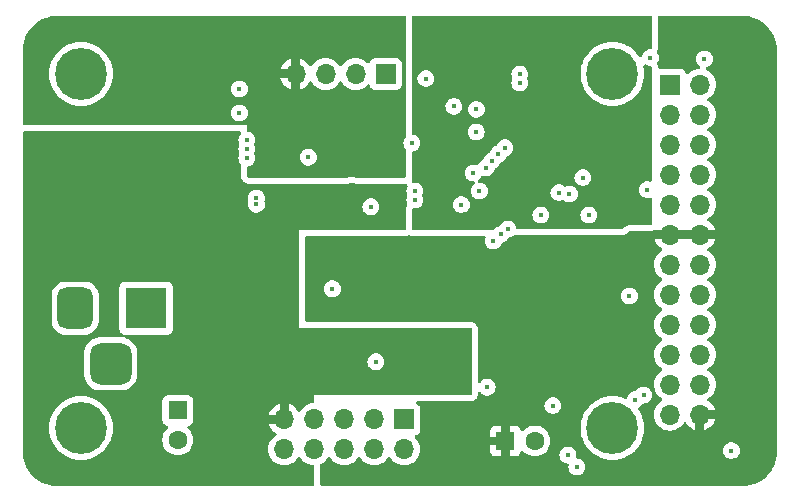
<source format=gbr>
%TF.GenerationSoftware,KiCad,Pcbnew,7.0.2-0*%
%TF.CreationDate,2024-01-05T15:47:56-05:00*%
%TF.ProjectId,WiringHarness,57697269-6e67-4486-9172-6e6573732e6b,rev?*%
%TF.SameCoordinates,Original*%
%TF.FileFunction,Copper,L3,Inr*%
%TF.FilePolarity,Positive*%
%FSLAX46Y46*%
G04 Gerber Fmt 4.6, Leading zero omitted, Abs format (unit mm)*
G04 Created by KiCad (PCBNEW 7.0.2-0) date 2024-01-05 15:47:56*
%MOMM*%
%LPD*%
G01*
G04 APERTURE LIST*
G04 Aperture macros list*
%AMRoundRect*
0 Rectangle with rounded corners*
0 $1 Rounding radius*
0 $2 $3 $4 $5 $6 $7 $8 $9 X,Y pos of 4 corners*
0 Add a 4 corners polygon primitive as box body*
4,1,4,$2,$3,$4,$5,$6,$7,$8,$9,$2,$3,0*
0 Add four circle primitives for the rounded corners*
1,1,$1+$1,$2,$3*
1,1,$1+$1,$4,$5*
1,1,$1+$1,$6,$7*
1,1,$1+$1,$8,$9*
0 Add four rect primitives between the rounded corners*
20,1,$1+$1,$2,$3,$4,$5,0*
20,1,$1+$1,$4,$5,$6,$7,0*
20,1,$1+$1,$6,$7,$8,$9,0*
20,1,$1+$1,$8,$9,$2,$3,0*%
G04 Aperture macros list end*
%TA.AperFunction,ComponentPad*%
%ADD10R,1.700000X1.700000*%
%TD*%
%TA.AperFunction,ComponentPad*%
%ADD11O,1.700000X1.700000*%
%TD*%
%TA.AperFunction,ComponentPad*%
%ADD12C,4.400000*%
%TD*%
%TA.AperFunction,ComponentPad*%
%ADD13R,1.600000X1.600000*%
%TD*%
%TA.AperFunction,ComponentPad*%
%ADD14C,1.600000*%
%TD*%
%TA.AperFunction,ComponentPad*%
%ADD15R,3.500000X3.500000*%
%TD*%
%TA.AperFunction,ComponentPad*%
%ADD16RoundRect,0.750000X-0.750000X-1.000000X0.750000X-1.000000X0.750000X1.000000X-0.750000X1.000000X0*%
%TD*%
%TA.AperFunction,ComponentPad*%
%ADD17RoundRect,0.875000X-0.875000X-0.875000X0.875000X-0.875000X0.875000X0.875000X-0.875000X0.875000X0*%
%TD*%
%TA.AperFunction,ViaPad*%
%ADD18C,0.420000*%
%TD*%
%TA.AperFunction,Conductor*%
%ADD19C,0.635000*%
%TD*%
G04 APERTURE END LIST*
D10*
%TO.N,/StepX*%
%TO.C,J4*%
X159370000Y-110000000D03*
D11*
%TO.N,/DirX*%
X159370000Y-112540000D03*
%TO.N,/SCL*%
X156830000Y-110000000D03*
%TO.N,/SDA*%
X156830000Y-112540000D03*
%TO.N,/D0*%
X154290000Y-110000000D03*
%TO.N,/D1*%
X154290000Y-112540000D03*
%TO.N,/StepY*%
X151750000Y-110000000D03*
%TO.N,/DirY*%
X151750000Y-112540000D03*
%TO.N,/Vsys*%
X149210000Y-110000000D03*
%TO.N,GND*%
X149210000Y-112540000D03*
%TD*%
D10*
%TO.N,/SCL*%
%TO.C,J5*%
X157800000Y-80750000D03*
D11*
%TO.N,/SDA*%
X155260000Y-80750000D03*
%TO.N,GND*%
X152720000Y-80750000D03*
%TO.N,+5V*%
X150180000Y-80750000D03*
%TD*%
D12*
%TO.N,GND*%
%TO.C,H2*%
X177000000Y-110750000D03*
%TD*%
D10*
%TO.N,/Y0_0*%
%TO.C,J7*%
X181864000Y-81661000D03*
D11*
%TO.N,/Y1_0*%
X184404000Y-81661000D03*
%TO.N,/Y0_1*%
X181864000Y-84201000D03*
%TO.N,/Y1_1*%
X184404000Y-84201000D03*
%TO.N,/Y0_2*%
X181864000Y-86741000D03*
%TO.N,/Y1_2*%
X184404000Y-86741000D03*
%TO.N,/Y0_3*%
X181864000Y-89281000D03*
%TO.N,/Y1_3*%
X184404000Y-89281000D03*
%TO.N,GND*%
X181864000Y-91821000D03*
X184404000Y-91821000D03*
%TO.N,+5VP*%
X181864000Y-94361000D03*
X184404000Y-94361000D03*
%TO.N,unconnected-(J7-Pin_13-Pad13)*%
X181864000Y-96901000D03*
%TO.N,/X_0*%
X184404000Y-96901000D03*
%TO.N,unconnected-(J7-Pin_15-Pad15)*%
X181864000Y-99441000D03*
%TO.N,/X_1*%
X184404000Y-99441000D03*
%TO.N,/D1*%
X181864000Y-101981000D03*
%TO.N,/X_2*%
X184404000Y-101981000D03*
%TO.N,/D0*%
X181864000Y-104521000D03*
%TO.N,/X_3*%
X184404000Y-104521000D03*
%TO.N,GND*%
X181864000Y-107061000D03*
X184404000Y-107061000D03*
%TO.N,Net-(J7-Pin_23)*%
X181864000Y-109601000D03*
%TO.N,+5VP*%
X184404000Y-109601000D03*
%TD*%
D12*
%TO.N,GND*%
%TO.C,H5*%
X132000000Y-80750000D03*
%TD*%
%TO.N,GND*%
%TO.C,H3*%
X132000000Y-110750000D03*
%TD*%
D13*
%TO.N,+5VP*%
%TO.C,C3*%
X167934000Y-111836200D03*
D14*
%TO.N,GND*%
X170434000Y-111836200D03*
%TD*%
D15*
%TO.N,Net-(D1-A)*%
%TO.C,J1*%
X137512000Y-100592500D03*
D16*
%TO.N,GND*%
X131512000Y-100592500D03*
D17*
%TO.N,N/C*%
X134512000Y-105292500D03*
%TD*%
D13*
%TO.N,Net-(D1-A)*%
%TO.C,C10*%
X140200000Y-109250000D03*
D14*
%TO.N,GND*%
X140200000Y-111750000D03*
%TD*%
D12*
%TO.N,GND*%
%TO.C,H1*%
X177000000Y-80750000D03*
%TD*%
D18*
%TO.N,GND*%
X145415000Y-84074000D03*
X146050000Y-87122000D03*
X146850000Y-91270000D03*
X146860000Y-91810000D03*
X156550000Y-92000000D03*
X156972000Y-105130600D03*
X175006000Y-92710000D03*
X160274000Y-90678000D03*
X169150000Y-81500000D03*
X184785000Y-79502000D03*
X146050000Y-86360000D03*
X145415000Y-82042000D03*
X160020000Y-86614000D03*
X169150000Y-80800000D03*
X146050000Y-87884000D03*
X170942000Y-92710000D03*
X187071000Y-112649000D03*
X153289000Y-98958400D03*
X178435000Y-99568000D03*
X164211000Y-91821000D03*
X160274000Y-91440000D03*
%TO.N,/Vsys*%
X154940000Y-91440000D03*
X154940000Y-92710000D03*
X142240000Y-87630000D03*
X146685000Y-108585000D03*
X145415000Y-109855000D03*
X140970000Y-88900000D03*
X147955000Y-107315000D03*
X142240000Y-86360000D03*
X140970000Y-86360000D03*
X142240000Y-91440000D03*
X145415000Y-107315000D03*
X146685000Y-107315000D03*
X142240000Y-88900000D03*
X140970000Y-90170000D03*
X146685000Y-109855000D03*
X140970000Y-87630000D03*
X145415000Y-108585000D03*
X142240000Y-90170000D03*
X140970000Y-91440000D03*
X154940000Y-90170000D03*
%TO.N,/SDA3*%
X165735000Y-90678000D03*
X165468800Y-85674200D03*
X163576000Y-83515200D03*
%TO.N,/D0*%
X179628800Y-107950000D03*
%TO.N,/D1*%
X178917600Y-108356400D03*
%TO.N,/SCL3*%
X165481000Y-83769200D03*
X165222000Y-89154000D03*
X161200000Y-81150000D03*
%TO.N,/RstN*%
X180213000Y-79375000D03*
X179959000Y-90551000D03*
%TO.N,/StepX*%
X172466000Y-90805000D03*
X171958000Y-108839000D03*
%TO.N,/DirX*%
X173228000Y-113030000D03*
X173355000Y-90932000D03*
%TO.N,/StepY*%
X151257000Y-87807800D03*
%TO.N,/DirY*%
X173990000Y-114046000D03*
X174498000Y-89535000D03*
%TO.N,+3.3V*%
X162941000Y-77597000D03*
X173228000Y-79629000D03*
X162941000Y-78359000D03*
X162687000Y-89662000D03*
X173228000Y-77978000D03*
X169291000Y-92710000D03*
X162687000Y-92837000D03*
X173228000Y-78740000D03*
X162941000Y-79248000D03*
X163449000Y-85979000D03*
X173228000Y-80518000D03*
X162941000Y-76835000D03*
X161798000Y-88900000D03*
X162687000Y-91821000D03*
X179750000Y-78150000D03*
X162687000Y-88900000D03*
%TO.N,+5V*%
X149150000Y-86650000D03*
X158369000Y-77724000D03*
X146850000Y-84050000D03*
X149150000Y-88550000D03*
X149150000Y-87650000D03*
X149150000Y-85750000D03*
%TO.N,/X_0*%
X167900000Y-87000000D03*
X168150000Y-93900000D03*
%TO.N,/X_1*%
X167327000Y-87550000D03*
X167550000Y-94350000D03*
%TO.N,/X_2*%
X166800000Y-88100000D03*
X166900000Y-94900000D03*
%TO.N,/X_3*%
X166300000Y-88700000D03*
X166400000Y-107289600D03*
%TO.N,+5VP*%
X161925000Y-111760000D03*
X172720000Y-101600000D03*
X151765000Y-98425000D03*
X175260000Y-99060000D03*
X179197000Y-114681000D03*
X164465000Y-110490000D03*
X170180000Y-104140000D03*
X167640000Y-104140000D03*
X175260000Y-104140000D03*
X151765000Y-100965000D03*
X182245000Y-114681000D03*
X153035000Y-100965000D03*
X167640000Y-96520000D03*
X172720000Y-104140000D03*
X151765000Y-99695000D03*
X175260000Y-96520000D03*
X167640000Y-101600000D03*
X163195000Y-111760000D03*
X172720000Y-96520000D03*
X170180000Y-101600000D03*
X170180000Y-96520000D03*
X172720000Y-99060000D03*
X163195000Y-110490000D03*
X154305000Y-100965000D03*
X175260000Y-101600000D03*
X178054000Y-114681000D03*
X167640000Y-99060000D03*
X181229000Y-114681000D03*
X170180000Y-99060000D03*
X164465000Y-111760000D03*
X183261000Y-114681000D03*
X161925000Y-110490000D03*
X180213000Y-114681000D03*
%TD*%
D19*
%TO.N,+5VP*%
X181864000Y-94361000D02*
X178562000Y-94361000D01*
X181864000Y-94361000D02*
X187325000Y-94361000D01*
%TD*%
%TA.AperFunction,Conductor*%
%TO.N,+3.3V*%
G36*
X180283039Y-75845185D02*
G01*
X180328794Y-75897989D01*
X180340000Y-75949500D01*
X180340000Y-78540500D01*
X180320315Y-78607539D01*
X180267511Y-78653294D01*
X180216000Y-78664500D01*
X180126730Y-78664500D01*
X179959203Y-78705792D01*
X179959201Y-78705792D01*
X179959201Y-78705793D01*
X179806427Y-78785975D01*
X179677276Y-78900392D01*
X179579262Y-79042388D01*
X179518079Y-79203716D01*
X179511675Y-79256457D01*
X179484053Y-79320635D01*
X179426118Y-79359691D01*
X179356265Y-79361226D01*
X179296672Y-79324751D01*
X179282462Y-79305660D01*
X179226530Y-79213137D01*
X179025048Y-78955964D01*
X178794036Y-78724952D01*
X178536863Y-78523470D01*
X178533663Y-78521536D01*
X178533658Y-78521532D01*
X178260484Y-78356392D01*
X178260477Y-78356388D01*
X178257279Y-78354455D01*
X177959361Y-78220373D01*
X177647453Y-78123179D01*
X177643771Y-78122504D01*
X177643762Y-78122502D01*
X177329792Y-78064965D01*
X177329778Y-78064963D01*
X177326104Y-78064290D01*
X177322372Y-78064064D01*
X177322362Y-78064063D01*
X177003736Y-78044790D01*
X177000000Y-78044564D01*
X176996264Y-78044790D01*
X176677637Y-78064063D01*
X176677625Y-78064064D01*
X176673896Y-78064290D01*
X176670223Y-78064962D01*
X176670207Y-78064965D01*
X176356237Y-78122502D01*
X176356224Y-78122505D01*
X176352547Y-78123179D01*
X176348967Y-78124294D01*
X176348961Y-78124296D01*
X176044216Y-78219258D01*
X176044210Y-78219260D01*
X176040639Y-78220373D01*
X176037230Y-78221907D01*
X176037228Y-78221908D01*
X175746135Y-78352918D01*
X175746128Y-78352921D01*
X175742721Y-78354455D01*
X175739528Y-78356384D01*
X175739515Y-78356392D01*
X175466341Y-78521532D01*
X175466328Y-78521540D01*
X175463137Y-78523470D01*
X175460195Y-78525774D01*
X175460189Y-78525779D01*
X175283125Y-78664500D01*
X175205964Y-78724952D01*
X175203318Y-78727597D01*
X175203310Y-78727605D01*
X174977605Y-78953310D01*
X174977597Y-78953318D01*
X174974952Y-78955964D01*
X174972640Y-78958914D01*
X174972640Y-78958915D01*
X174775779Y-79210189D01*
X174775774Y-79210195D01*
X174773470Y-79213137D01*
X174771540Y-79216328D01*
X174771532Y-79216341D01*
X174606392Y-79489515D01*
X174606384Y-79489528D01*
X174604455Y-79492721D01*
X174602921Y-79496128D01*
X174602918Y-79496135D01*
X174507741Y-79707611D01*
X174470373Y-79790639D01*
X174469260Y-79794210D01*
X174469258Y-79794216D01*
X174377245Y-80089500D01*
X174373179Y-80102547D01*
X174372505Y-80106224D01*
X174372502Y-80106237D01*
X174314965Y-80420207D01*
X174314962Y-80420223D01*
X174314290Y-80423896D01*
X174314064Y-80427625D01*
X174314063Y-80427637D01*
X174310848Y-80480792D01*
X174294564Y-80750000D01*
X174294790Y-80753736D01*
X174314063Y-81072362D01*
X174314064Y-81072372D01*
X174314290Y-81076104D01*
X174314963Y-81079778D01*
X174314965Y-81079792D01*
X174372502Y-81393762D01*
X174372504Y-81393771D01*
X174373179Y-81397453D01*
X174470373Y-81709361D01*
X174604455Y-82007279D01*
X174606388Y-82010477D01*
X174606392Y-82010484D01*
X174771532Y-82283658D01*
X174771536Y-82283663D01*
X174773470Y-82286863D01*
X174974952Y-82544036D01*
X175205964Y-82775048D01*
X175463137Y-82976530D01*
X175742721Y-83145545D01*
X176040639Y-83279627D01*
X176352547Y-83376821D01*
X176673896Y-83435710D01*
X177000000Y-83455436D01*
X177326104Y-83435710D01*
X177647453Y-83376821D01*
X177959361Y-83279627D01*
X178257279Y-83145545D01*
X178536863Y-82976530D01*
X178794036Y-82775048D01*
X179025048Y-82544036D01*
X179226530Y-82286863D01*
X179395545Y-82007279D01*
X179529627Y-81709361D01*
X179626821Y-81397453D01*
X179685710Y-81076104D01*
X179705436Y-80750000D01*
X179685710Y-80423896D01*
X179626821Y-80102547D01*
X179626616Y-80101892D01*
X179629652Y-80032748D01*
X179669968Y-79975683D01*
X179734735Y-79949473D01*
X179803391Y-79962440D01*
X179804608Y-79963070D01*
X179806426Y-79964024D01*
X179959203Y-80044208D01*
X180126730Y-80085500D01*
X180126732Y-80085500D01*
X180216000Y-80085500D01*
X180283039Y-80105185D01*
X180328794Y-80157989D01*
X180340000Y-80209500D01*
X180340000Y-89754870D01*
X180320315Y-89821909D01*
X180267511Y-89867664D01*
X180198353Y-89877608D01*
X180186325Y-89875267D01*
X180086113Y-89850567D01*
X180045270Y-89840500D01*
X179872730Y-89840500D01*
X179705203Y-89881792D01*
X179705201Y-89881792D01*
X179705201Y-89881793D01*
X179552427Y-89961975D01*
X179423276Y-90076392D01*
X179325262Y-90218388D01*
X179264079Y-90379716D01*
X179243281Y-90551000D01*
X179264079Y-90722283D01*
X179325262Y-90883611D01*
X179358663Y-90932000D01*
X179423277Y-91025609D01*
X179552426Y-91140024D01*
X179705203Y-91220208D01*
X179872730Y-91261500D01*
X179872732Y-91261500D01*
X180045268Y-91261500D01*
X180045270Y-91261500D01*
X180186327Y-91226732D01*
X180256127Y-91229801D01*
X180313189Y-91270120D01*
X180339394Y-91334890D01*
X180340000Y-91347129D01*
X180340000Y-93419000D01*
X180320315Y-93486039D01*
X180267511Y-93531794D01*
X180216000Y-93543000D01*
X178516062Y-93543000D01*
X178512604Y-93543389D01*
X178512597Y-93543390D01*
X178378828Y-93558462D01*
X178204836Y-93619344D01*
X178048758Y-93717414D01*
X177933908Y-93832264D01*
X177872585Y-93865748D01*
X177847002Y-93868580D01*
X168979262Y-93924004D01*
X168912101Y-93904738D01*
X168866017Y-93852221D01*
X168855391Y-93814955D01*
X168844921Y-93728717D01*
X168783737Y-93567389D01*
X168783737Y-93567388D01*
X168727585Y-93486039D01*
X168685723Y-93425391D01*
X168556574Y-93310976D01*
X168403797Y-93230792D01*
X168236270Y-93189500D01*
X168063730Y-93189500D01*
X167896203Y-93230792D01*
X167896201Y-93230792D01*
X167896201Y-93230793D01*
X167743427Y-93310975D01*
X167614276Y-93425392D01*
X167516262Y-93567388D01*
X167514588Y-93571805D01*
X167472408Y-93627506D01*
X167428322Y-93648227D01*
X167296203Y-93680792D01*
X167226426Y-93717414D01*
X167143427Y-93760975D01*
X167014274Y-93875392D01*
X167008748Y-93883399D01*
X166954463Y-93927386D01*
X166907476Y-93936952D01*
X160144775Y-93979220D01*
X160077614Y-93959954D01*
X160031530Y-93907437D01*
X160020000Y-93855222D01*
X160020000Y-92710000D01*
X170226281Y-92710000D01*
X170247079Y-92881283D01*
X170308262Y-93042611D01*
X170379260Y-93145469D01*
X170406277Y-93184609D01*
X170535426Y-93299024D01*
X170688203Y-93379208D01*
X170855730Y-93420500D01*
X170855732Y-93420500D01*
X171028268Y-93420500D01*
X171028270Y-93420500D01*
X171195797Y-93379208D01*
X171348574Y-93299024D01*
X171477723Y-93184609D01*
X171575737Y-93042611D01*
X171636921Y-92881283D01*
X171657718Y-92710000D01*
X174290281Y-92710000D01*
X174311079Y-92881283D01*
X174372262Y-93042611D01*
X174443260Y-93145469D01*
X174470277Y-93184609D01*
X174599426Y-93299024D01*
X174752203Y-93379208D01*
X174919730Y-93420500D01*
X174919732Y-93420500D01*
X175092268Y-93420500D01*
X175092270Y-93420500D01*
X175259797Y-93379208D01*
X175412574Y-93299024D01*
X175541723Y-93184609D01*
X175639737Y-93042611D01*
X175700921Y-92881283D01*
X175721718Y-92710000D01*
X175700921Y-92538717D01*
X175639737Y-92377389D01*
X175639737Y-92377388D01*
X175563839Y-92267432D01*
X175541723Y-92235391D01*
X175412574Y-92120976D01*
X175259797Y-92040792D01*
X175092270Y-91999500D01*
X174919730Y-91999500D01*
X174752203Y-92040792D01*
X174752201Y-92040792D01*
X174752201Y-92040793D01*
X174599427Y-92120975D01*
X174470276Y-92235392D01*
X174372262Y-92377388D01*
X174311079Y-92538716D01*
X174290281Y-92710000D01*
X171657718Y-92710000D01*
X171636921Y-92538717D01*
X171575737Y-92377389D01*
X171575737Y-92377388D01*
X171499839Y-92267432D01*
X171477723Y-92235391D01*
X171348574Y-92120976D01*
X171195797Y-92040792D01*
X171028270Y-91999500D01*
X170855730Y-91999500D01*
X170688203Y-92040792D01*
X170688201Y-92040792D01*
X170688201Y-92040793D01*
X170535427Y-92120975D01*
X170406276Y-92235392D01*
X170308262Y-92377388D01*
X170247079Y-92538716D01*
X170226281Y-92710000D01*
X160020000Y-92710000D01*
X160020000Y-92267432D01*
X160039685Y-92200393D01*
X160092489Y-92154638D01*
X160161647Y-92144694D01*
X160173672Y-92147035D01*
X160187730Y-92150500D01*
X160360268Y-92150500D01*
X160360270Y-92150500D01*
X160527797Y-92109208D01*
X160680574Y-92029024D01*
X160809723Y-91914609D01*
X160874337Y-91820999D01*
X163495281Y-91820999D01*
X163516079Y-91992283D01*
X163577262Y-92153611D01*
X163633712Y-92235392D01*
X163675277Y-92295609D01*
X163804426Y-92410024D01*
X163957203Y-92490208D01*
X164124730Y-92531500D01*
X164124732Y-92531500D01*
X164297268Y-92531500D01*
X164297270Y-92531500D01*
X164464797Y-92490208D01*
X164617574Y-92410024D01*
X164746723Y-92295609D01*
X164844737Y-92153611D01*
X164905921Y-91992283D01*
X164926718Y-91821000D01*
X164905921Y-91649717D01*
X164844737Y-91488389D01*
X164844737Y-91488388D01*
X164788287Y-91406607D01*
X164746723Y-91346391D01*
X164617574Y-91231976D01*
X164464797Y-91151792D01*
X164297270Y-91110500D01*
X164124730Y-91110500D01*
X163957203Y-91151792D01*
X163957201Y-91151792D01*
X163957201Y-91151793D01*
X163804427Y-91231975D01*
X163675276Y-91346392D01*
X163577262Y-91488388D01*
X163516079Y-91649716D01*
X163495281Y-91820999D01*
X160874337Y-91820999D01*
X160907737Y-91772611D01*
X160968921Y-91611283D01*
X160989718Y-91440000D01*
X160968921Y-91268717D01*
X160907737Y-91107389D01*
X160907736Y-91107388D01*
X160906061Y-91102970D01*
X160900694Y-91033307D01*
X160906061Y-91015027D01*
X160907734Y-91010614D01*
X160907737Y-91010611D01*
X160968921Y-90849283D01*
X160989718Y-90678000D01*
X160968921Y-90506717D01*
X160907737Y-90345389D01*
X160907737Y-90345388D01*
X160850724Y-90262792D01*
X160809723Y-90203391D01*
X160680574Y-90088976D01*
X160527797Y-90008792D01*
X160360270Y-89967500D01*
X160187730Y-89967500D01*
X160187728Y-89967500D01*
X160173673Y-89970964D01*
X160103871Y-89967894D01*
X160046809Y-89927573D01*
X160020605Y-89862804D01*
X160020000Y-89850567D01*
X160020000Y-89154000D01*
X164506281Y-89154000D01*
X164527079Y-89325283D01*
X164588262Y-89486611D01*
X164621663Y-89535000D01*
X164686277Y-89628609D01*
X164815426Y-89743024D01*
X164968203Y-89823208D01*
X165135730Y-89864500D01*
X165135732Y-89864500D01*
X165254846Y-89864500D01*
X165321885Y-89884185D01*
X165367640Y-89936989D01*
X165377584Y-90006147D01*
X165348559Y-90069703D01*
X165337073Y-90081316D01*
X165199275Y-90203392D01*
X165101262Y-90345388D01*
X165040079Y-90506716D01*
X165019281Y-90677999D01*
X165040079Y-90849283D01*
X165101262Y-91010611D01*
X165134663Y-91059000D01*
X165199277Y-91152609D01*
X165328426Y-91267024D01*
X165481203Y-91347208D01*
X165648730Y-91388500D01*
X165648732Y-91388500D01*
X165821268Y-91388500D01*
X165821270Y-91388500D01*
X165988797Y-91347208D01*
X166141574Y-91267024D01*
X166270723Y-91152609D01*
X166368737Y-91010611D01*
X166429921Y-90849283D01*
X166435298Y-90804999D01*
X171750281Y-90804999D01*
X171771079Y-90976283D01*
X171832262Y-91137611D01*
X171893779Y-91226732D01*
X171930277Y-91279609D01*
X172059426Y-91394024D01*
X172212203Y-91474208D01*
X172379730Y-91515500D01*
X172379732Y-91515500D01*
X172552269Y-91515500D01*
X172552270Y-91515500D01*
X172719797Y-91474208D01*
X172754399Y-91456046D01*
X172822902Y-91442321D01*
X172887956Y-91467811D01*
X172894243Y-91473022D01*
X172948426Y-91521024D01*
X173101203Y-91601208D01*
X173268730Y-91642500D01*
X173268732Y-91642500D01*
X173441268Y-91642500D01*
X173441270Y-91642500D01*
X173608797Y-91601208D01*
X173761574Y-91521024D01*
X173890723Y-91406609D01*
X173988737Y-91264611D01*
X174049921Y-91103283D01*
X174070718Y-90932000D01*
X174049921Y-90760717D01*
X173988737Y-90599389D01*
X173988737Y-90599388D01*
X173924770Y-90506717D01*
X173890723Y-90457391D01*
X173761574Y-90342976D01*
X173608797Y-90262792D01*
X173441270Y-90221500D01*
X173268730Y-90221500D01*
X173226848Y-90231822D01*
X173101200Y-90262792D01*
X173066599Y-90280952D01*
X172998091Y-90294676D01*
X172933038Y-90269183D01*
X172926768Y-90263988D01*
X172872574Y-90215976D01*
X172872572Y-90215975D01*
X172872571Y-90215974D01*
X172719799Y-90135793D01*
X172719798Y-90135792D01*
X172719797Y-90135792D01*
X172552270Y-90094500D01*
X172379730Y-90094500D01*
X172212203Y-90135792D01*
X172212201Y-90135792D01*
X172212201Y-90135793D01*
X172059427Y-90215975D01*
X171930276Y-90330392D01*
X171832262Y-90472388D01*
X171771079Y-90633716D01*
X171750281Y-90804999D01*
X166435298Y-90804999D01*
X166450718Y-90678000D01*
X166429921Y-90506717D01*
X166368737Y-90345389D01*
X166368737Y-90345388D01*
X166311724Y-90262792D01*
X166270723Y-90203391D01*
X166141574Y-90088976D01*
X165988797Y-90008792D01*
X165821270Y-89967500D01*
X165702154Y-89967500D01*
X165635115Y-89947815D01*
X165589360Y-89895011D01*
X165579416Y-89825853D01*
X165608441Y-89762297D01*
X165619927Y-89750684D01*
X165628572Y-89743024D01*
X165628574Y-89743024D01*
X165757723Y-89628609D01*
X165822337Y-89535000D01*
X173782281Y-89535000D01*
X173803079Y-89706283D01*
X173864262Y-89867611D01*
X173912151Y-89936989D01*
X173962277Y-90009609D01*
X174091426Y-90124024D01*
X174244203Y-90204208D01*
X174411730Y-90245500D01*
X174411732Y-90245500D01*
X174584268Y-90245500D01*
X174584270Y-90245500D01*
X174751797Y-90204208D01*
X174904574Y-90124024D01*
X175033723Y-90009609D01*
X175131737Y-89867611D01*
X175192921Y-89706283D01*
X175213718Y-89535000D01*
X175192921Y-89363717D01*
X175131737Y-89202389D01*
X175131737Y-89202388D01*
X175082729Y-89131389D01*
X175033723Y-89060391D01*
X174904574Y-88945976D01*
X174751797Y-88865792D01*
X174584270Y-88824500D01*
X174411730Y-88824500D01*
X174244203Y-88865792D01*
X174244201Y-88865792D01*
X174244201Y-88865793D01*
X174091427Y-88945975D01*
X173962276Y-89060392D01*
X173864262Y-89202388D01*
X173803079Y-89363716D01*
X173782281Y-89535000D01*
X165822337Y-89535000D01*
X165855737Y-89486611D01*
X165874856Y-89436196D01*
X165917031Y-89380496D01*
X165982628Y-89356438D01*
X166031303Y-89366746D01*
X166031585Y-89365604D01*
X166046199Y-89369206D01*
X166046203Y-89369208D01*
X166213730Y-89410500D01*
X166213732Y-89410500D01*
X166386268Y-89410500D01*
X166386270Y-89410500D01*
X166553797Y-89369208D01*
X166706574Y-89289024D01*
X166835723Y-89174609D01*
X166933737Y-89032611D01*
X166994921Y-88871283D01*
X166996306Y-88859870D01*
X167023926Y-88795694D01*
X167061774Y-88765021D01*
X167206574Y-88689024D01*
X167335723Y-88574609D01*
X167433737Y-88432611D01*
X167484774Y-88298037D01*
X167526952Y-88242335D01*
X167571042Y-88221612D01*
X167580797Y-88219208D01*
X167657185Y-88179115D01*
X167733571Y-88139026D01*
X167733572Y-88139024D01*
X167733574Y-88139024D01*
X167862723Y-88024609D01*
X167960737Y-87882611D01*
X168007031Y-87760542D01*
X168049208Y-87704843D01*
X168093299Y-87684119D01*
X168153797Y-87669208D01*
X168306571Y-87589026D01*
X168306572Y-87589024D01*
X168306574Y-87589024D01*
X168435723Y-87474609D01*
X168533737Y-87332611D01*
X168594921Y-87171283D01*
X168615718Y-87000000D01*
X168594921Y-86828717D01*
X168533737Y-86667389D01*
X168533737Y-86667388D01*
X168484730Y-86596390D01*
X168435723Y-86525391D01*
X168306574Y-86410976D01*
X168153797Y-86330792D01*
X167986270Y-86289500D01*
X167813730Y-86289500D01*
X167646203Y-86330792D01*
X167646201Y-86330792D01*
X167646201Y-86330793D01*
X167493427Y-86410975D01*
X167364276Y-86525392D01*
X167266263Y-86667387D01*
X167219969Y-86789455D01*
X167177791Y-86845157D01*
X167133704Y-86865879D01*
X167073205Y-86880791D01*
X166920427Y-86960975D01*
X166791276Y-87075392D01*
X166693263Y-87217388D01*
X166642225Y-87351962D01*
X166600046Y-87407664D01*
X166555963Y-87428386D01*
X166546205Y-87430791D01*
X166393425Y-87510976D01*
X166264276Y-87625392D01*
X166166262Y-87767388D01*
X166105079Y-87928716D01*
X166103693Y-87940132D01*
X166076070Y-88004309D01*
X166038223Y-88034979D01*
X165893428Y-88110973D01*
X165775253Y-88215666D01*
X165771259Y-88219206D01*
X165764276Y-88225392D01*
X165666261Y-88367390D01*
X165647142Y-88417803D01*
X165604964Y-88473505D01*
X165539366Y-88497561D01*
X165490696Y-88487252D01*
X165490415Y-88488396D01*
X165475800Y-88484793D01*
X165475797Y-88484792D01*
X165308270Y-88443500D01*
X165135730Y-88443500D01*
X164968203Y-88484792D01*
X164968201Y-88484792D01*
X164968201Y-88484793D01*
X164815427Y-88564975D01*
X164686276Y-88679392D01*
X164588262Y-88821388D01*
X164527079Y-88982716D01*
X164506281Y-89154000D01*
X160020000Y-89154000D01*
X160020000Y-87442911D01*
X160039685Y-87375872D01*
X160092489Y-87330117D01*
X160114319Y-87322516D01*
X160273797Y-87283208D01*
X160426574Y-87203024D01*
X160555723Y-87088609D01*
X160653737Y-86946611D01*
X160714921Y-86785283D01*
X160735718Y-86614000D01*
X160714921Y-86442717D01*
X160653737Y-86281389D01*
X160653737Y-86281388D01*
X160604729Y-86210389D01*
X160555723Y-86139391D01*
X160426574Y-86024976D01*
X160273797Y-85944792D01*
X160134795Y-85910531D01*
X160114324Y-85905485D01*
X160053944Y-85870328D01*
X160022156Y-85808108D01*
X160020000Y-85785088D01*
X160020000Y-85674199D01*
X164753081Y-85674199D01*
X164773879Y-85845483D01*
X164835062Y-86006811D01*
X164847601Y-86024976D01*
X164933077Y-86148809D01*
X165062226Y-86263224D01*
X165215003Y-86343408D01*
X165382530Y-86384700D01*
X165382532Y-86384700D01*
X165555068Y-86384700D01*
X165555070Y-86384700D01*
X165722597Y-86343408D01*
X165875374Y-86263224D01*
X166004523Y-86148809D01*
X166102537Y-86006811D01*
X166163721Y-85845483D01*
X166184518Y-85674200D01*
X166163721Y-85502917D01*
X166102537Y-85341589D01*
X166102537Y-85341588D01*
X166053529Y-85270590D01*
X166004523Y-85199591D01*
X165875374Y-85085176D01*
X165722597Y-85004992D01*
X165555070Y-84963700D01*
X165382530Y-84963700D01*
X165215003Y-85004992D01*
X165215001Y-85004992D01*
X165215001Y-85004993D01*
X165062227Y-85085175D01*
X164933076Y-85199592D01*
X164835062Y-85341588D01*
X164773879Y-85502916D01*
X164753081Y-85674199D01*
X160020000Y-85674199D01*
X160020000Y-83515200D01*
X162860281Y-83515200D01*
X162881079Y-83686483D01*
X162942262Y-83847811D01*
X163006230Y-83940483D01*
X163040277Y-83989809D01*
X163169426Y-84104224D01*
X163322203Y-84184408D01*
X163489730Y-84225700D01*
X163489732Y-84225700D01*
X163662268Y-84225700D01*
X163662270Y-84225700D01*
X163829797Y-84184408D01*
X163982574Y-84104224D01*
X164111723Y-83989809D01*
X164209737Y-83847811D01*
X164239551Y-83769199D01*
X164765281Y-83769199D01*
X164786079Y-83940483D01*
X164847262Y-84101811D01*
X164918261Y-84204669D01*
X164945277Y-84243809D01*
X165074426Y-84358224D01*
X165227203Y-84438408D01*
X165394730Y-84479700D01*
X165394732Y-84479700D01*
X165567268Y-84479700D01*
X165567270Y-84479700D01*
X165734797Y-84438408D01*
X165887574Y-84358224D01*
X166016723Y-84243809D01*
X166114737Y-84101811D01*
X166175921Y-83940483D01*
X166196718Y-83769200D01*
X166175921Y-83597917D01*
X166114737Y-83436589D01*
X166114737Y-83436588D01*
X166050770Y-83343917D01*
X166016723Y-83294591D01*
X165887574Y-83180176D01*
X165734797Y-83099992D01*
X165567270Y-83058700D01*
X165394730Y-83058700D01*
X165227203Y-83099992D01*
X165227201Y-83099992D01*
X165227201Y-83099993D01*
X165074427Y-83180175D01*
X164945276Y-83294592D01*
X164847262Y-83436588D01*
X164786079Y-83597916D01*
X164765281Y-83769199D01*
X164239551Y-83769199D01*
X164270921Y-83686483D01*
X164291718Y-83515200D01*
X164270921Y-83343917D01*
X164209737Y-83182589D01*
X164209737Y-83182588D01*
X164152724Y-83099992D01*
X164111723Y-83040591D01*
X163982574Y-82926176D01*
X163829797Y-82845992D01*
X163662270Y-82804700D01*
X163489730Y-82804700D01*
X163322203Y-82845992D01*
X163322201Y-82845992D01*
X163322201Y-82845993D01*
X163169427Y-82926175D01*
X163040276Y-83040592D01*
X162942262Y-83182588D01*
X162881079Y-83343916D01*
X162860281Y-83515200D01*
X160020000Y-83515200D01*
X160020000Y-81149999D01*
X160484281Y-81149999D01*
X160505079Y-81321283D01*
X160566262Y-81482611D01*
X160637261Y-81585469D01*
X160664277Y-81624609D01*
X160793426Y-81739024D01*
X160946203Y-81819208D01*
X161113730Y-81860500D01*
X161113732Y-81860500D01*
X161286268Y-81860500D01*
X161286270Y-81860500D01*
X161453797Y-81819208D01*
X161606574Y-81739024D01*
X161735723Y-81624609D01*
X161821734Y-81500000D01*
X168434281Y-81500000D01*
X168455079Y-81671283D01*
X168516262Y-81832611D01*
X168535513Y-81860500D01*
X168614277Y-81974609D01*
X168743426Y-82089024D01*
X168896203Y-82169208D01*
X169063730Y-82210500D01*
X169063732Y-82210500D01*
X169236268Y-82210500D01*
X169236270Y-82210500D01*
X169403797Y-82169208D01*
X169556574Y-82089024D01*
X169685723Y-81974609D01*
X169783737Y-81832611D01*
X169844921Y-81671283D01*
X169865718Y-81500000D01*
X169844921Y-81328717D01*
X169793818Y-81193969D01*
X169788451Y-81124307D01*
X169793814Y-81106039D01*
X169844921Y-80971283D01*
X169865718Y-80800000D01*
X169844921Y-80628717D01*
X169806940Y-80528572D01*
X169783737Y-80467388D01*
X169734729Y-80396390D01*
X169685723Y-80325391D01*
X169556574Y-80210976D01*
X169403797Y-80130792D01*
X169236270Y-80089500D01*
X169063730Y-80089500D01*
X168896203Y-80130792D01*
X168896201Y-80130792D01*
X168896201Y-80130793D01*
X168743427Y-80210975D01*
X168614276Y-80325392D01*
X168516262Y-80467388D01*
X168455079Y-80628716D01*
X168434281Y-80800000D01*
X168455079Y-80971283D01*
X168506181Y-81106028D01*
X168511548Y-81175691D01*
X168506181Y-81193969D01*
X168455079Y-81328715D01*
X168434281Y-81500000D01*
X161821734Y-81500000D01*
X161833737Y-81482611D01*
X161894921Y-81321283D01*
X161915718Y-81150000D01*
X161894921Y-80978717D01*
X161833737Y-80817389D01*
X161833737Y-80817388D01*
X161784642Y-80746263D01*
X161735723Y-80675391D01*
X161606574Y-80560976D01*
X161453797Y-80480792D01*
X161286270Y-80439500D01*
X161113730Y-80439500D01*
X160946203Y-80480792D01*
X160946201Y-80480792D01*
X160946201Y-80480793D01*
X160793427Y-80560975D01*
X160664276Y-80675392D01*
X160566262Y-80817388D01*
X160505079Y-80978716D01*
X160484281Y-81149999D01*
X160020000Y-81149999D01*
X160020000Y-75949500D01*
X160039685Y-75882461D01*
X160092489Y-75836706D01*
X160144000Y-75825500D01*
X180216000Y-75825500D01*
X180283039Y-75845185D01*
G37*
%TD.AperFunction*%
%TD*%
%TA.AperFunction,Conductor*%
%TO.N,+5V*%
G36*
X159457539Y-75845185D02*
G01*
X159503294Y-75897989D01*
X159514500Y-75949500D01*
X159514500Y-81149999D01*
X159514500Y-81499999D01*
X159514500Y-83515199D01*
X159514500Y-83769199D01*
X159514500Y-85674199D01*
X159514500Y-85785088D01*
X159514565Y-85786485D01*
X159514566Y-85786515D01*
X159515717Y-85811134D01*
X159516703Y-85832226D01*
X159516834Y-85833634D01*
X159516836Y-85833650D01*
X159518723Y-85853800D01*
X159518725Y-85853824D01*
X159518859Y-85855246D01*
X159519059Y-85856671D01*
X159519062Y-85856689D01*
X159525443Y-85901953D01*
X159551460Y-85978027D01*
X159554528Y-86047829D01*
X159519371Y-86108209D01*
X159516361Y-86110966D01*
X159484277Y-86139390D01*
X159386262Y-86281388D01*
X159325079Y-86442716D01*
X159304281Y-86614000D01*
X159325079Y-86785283D01*
X159386262Y-86946611D01*
X159484277Y-87088610D01*
X159514951Y-87115784D01*
X159552078Y-87174973D01*
X159551701Y-87243534D01*
X159535474Y-87298794D01*
X159535471Y-87298807D01*
X159534977Y-87300491D01*
X159534976Y-87300495D01*
X159534527Y-87303617D01*
X159534524Y-87303633D01*
X159514500Y-87442911D01*
X159514500Y-89411000D01*
X159494815Y-89478039D01*
X159442011Y-89523794D01*
X159390500Y-89535000D01*
X155289539Y-89535000D01*
X155231913Y-89520797D01*
X155193795Y-89500791D01*
X155081067Y-89473006D01*
X155026270Y-89459500D01*
X154853730Y-89459500D01*
X154812439Y-89469677D01*
X154686204Y-89500791D01*
X154648087Y-89520797D01*
X154590461Y-89535000D01*
X146174000Y-89535000D01*
X146106961Y-89515315D01*
X146061206Y-89462511D01*
X146050000Y-89411000D01*
X146050000Y-88712911D01*
X146069685Y-88645872D01*
X146122489Y-88600117D01*
X146144319Y-88592516D01*
X146303797Y-88553208D01*
X146456574Y-88473024D01*
X146585723Y-88358609D01*
X146683737Y-88216611D01*
X146744921Y-88055283D01*
X146765718Y-87884000D01*
X146756466Y-87807800D01*
X150541281Y-87807800D01*
X150562079Y-87979083D01*
X150623262Y-88140411D01*
X150689889Y-88236936D01*
X150721277Y-88282409D01*
X150850426Y-88396824D01*
X151003203Y-88477008D01*
X151170730Y-88518300D01*
X151170732Y-88518300D01*
X151343268Y-88518300D01*
X151343270Y-88518300D01*
X151510797Y-88477008D01*
X151663574Y-88396824D01*
X151792723Y-88282409D01*
X151890737Y-88140411D01*
X151951921Y-87979083D01*
X151972718Y-87807800D01*
X151951921Y-87636517D01*
X151911986Y-87531217D01*
X151890737Y-87475188D01*
X151838618Y-87399681D01*
X151792723Y-87333191D01*
X151663574Y-87218776D01*
X151510797Y-87138592D01*
X151343270Y-87097300D01*
X151170730Y-87097300D01*
X151003203Y-87138592D01*
X151003201Y-87138592D01*
X151003201Y-87138593D01*
X150850427Y-87218775D01*
X150850425Y-87218776D01*
X150850426Y-87218776D01*
X150732370Y-87323364D01*
X150721276Y-87333192D01*
X150623262Y-87475188D01*
X150562079Y-87636516D01*
X150541281Y-87807800D01*
X146756466Y-87807800D01*
X146744921Y-87712717D01*
X146683737Y-87551389D01*
X146683735Y-87551387D01*
X146682061Y-87546971D01*
X146676694Y-87477308D01*
X146682061Y-87459029D01*
X146683737Y-87454611D01*
X146744921Y-87293283D01*
X146765718Y-87122000D01*
X146744921Y-86950717D01*
X146683737Y-86789389D01*
X146683735Y-86789387D01*
X146682061Y-86784971D01*
X146676694Y-86715308D01*
X146682061Y-86697029D01*
X146685000Y-86689280D01*
X146744921Y-86531283D01*
X146765718Y-86360000D01*
X146744921Y-86188717D01*
X146691489Y-86047829D01*
X146683737Y-86027388D01*
X146634730Y-85956390D01*
X146585723Y-85885391D01*
X146456574Y-85770976D01*
X146303797Y-85690792D01*
X146164795Y-85656531D01*
X146144324Y-85651485D01*
X146083944Y-85616328D01*
X146052156Y-85554108D01*
X146050000Y-85531088D01*
X146050000Y-85064600D01*
X146049999Y-85064599D01*
X127199663Y-85089401D01*
X127132598Y-85069805D01*
X127086774Y-85017061D01*
X127075500Y-84965401D01*
X127075500Y-84074000D01*
X144699281Y-84074000D01*
X144720079Y-84245283D01*
X144781262Y-84406611D01*
X144852261Y-84509469D01*
X144879277Y-84548609D01*
X145008426Y-84663024D01*
X145161203Y-84743208D01*
X145328730Y-84784500D01*
X145328732Y-84784500D01*
X145501268Y-84784500D01*
X145501270Y-84784500D01*
X145668797Y-84743208D01*
X145821574Y-84663024D01*
X145950723Y-84548609D01*
X146048737Y-84406611D01*
X146109921Y-84245283D01*
X146130718Y-84074000D01*
X146109921Y-83902717D01*
X146048737Y-83741389D01*
X146048737Y-83741388D01*
X145973412Y-83632262D01*
X145950723Y-83599391D01*
X145821574Y-83484976D01*
X145668797Y-83404792D01*
X145501270Y-83363500D01*
X145328730Y-83363500D01*
X145161203Y-83404792D01*
X145161201Y-83404792D01*
X145161201Y-83404793D01*
X145008427Y-83484975D01*
X145008425Y-83484976D01*
X145008426Y-83484976D01*
X144879439Y-83599248D01*
X144879276Y-83599392D01*
X144781262Y-83741388D01*
X144720079Y-83902716D01*
X144699281Y-84074000D01*
X127075500Y-84074000D01*
X127075500Y-80750000D01*
X129294564Y-80750000D01*
X129294790Y-80753736D01*
X129314063Y-81072362D01*
X129314064Y-81072372D01*
X129314290Y-81076104D01*
X129314963Y-81079778D01*
X129314965Y-81079792D01*
X129372502Y-81393762D01*
X129372504Y-81393771D01*
X129373179Y-81397453D01*
X129374295Y-81401036D01*
X129374296Y-81401038D01*
X129458092Y-81669951D01*
X129470373Y-81709361D01*
X129604455Y-82007279D01*
X129606388Y-82010477D01*
X129606392Y-82010484D01*
X129771532Y-82283658D01*
X129771536Y-82283663D01*
X129773470Y-82286863D01*
X129974952Y-82544036D01*
X130205964Y-82775048D01*
X130463137Y-82976530D01*
X130742721Y-83145545D01*
X131040639Y-83279627D01*
X131352547Y-83376821D01*
X131673896Y-83435710D01*
X132000000Y-83455436D01*
X132326104Y-83435710D01*
X132647453Y-83376821D01*
X132959361Y-83279627D01*
X133257279Y-83145545D01*
X133536863Y-82976530D01*
X133794036Y-82775048D01*
X134025048Y-82544036D01*
X134226530Y-82286863D01*
X134374555Y-82042000D01*
X144699281Y-82042000D01*
X144720079Y-82213283D01*
X144781262Y-82374611D01*
X144852261Y-82477469D01*
X144879277Y-82516609D01*
X145008426Y-82631024D01*
X145161203Y-82711208D01*
X145328730Y-82752500D01*
X145328732Y-82752500D01*
X145501268Y-82752500D01*
X145501270Y-82752500D01*
X145668797Y-82711208D01*
X145821574Y-82631024D01*
X145950723Y-82516609D01*
X146048737Y-82374611D01*
X146109921Y-82213283D01*
X146130718Y-82042000D01*
X146109921Y-81870717D01*
X146048737Y-81709389D01*
X146048737Y-81709388D01*
X145998725Y-81636934D01*
X145950723Y-81567391D01*
X145821574Y-81452976D01*
X145668797Y-81372792D01*
X145501270Y-81331500D01*
X145328730Y-81331500D01*
X145161203Y-81372792D01*
X145161201Y-81372792D01*
X145161201Y-81372793D01*
X145008427Y-81452975D01*
X144879276Y-81567392D01*
X144781262Y-81709388D01*
X144720079Y-81870716D01*
X144699281Y-82042000D01*
X134374555Y-82042000D01*
X134395545Y-82007279D01*
X134529627Y-81709361D01*
X134626821Y-81397453D01*
X134676750Y-81125000D01*
X148882858Y-81125000D01*
X148906569Y-81213491D01*
X149006399Y-81427576D01*
X149141893Y-81621081D01*
X149308918Y-81788106D01*
X149502423Y-81923600D01*
X149716508Y-82023430D01*
X149804999Y-82047141D01*
X149805000Y-82047141D01*
X149805000Y-81125000D01*
X148882858Y-81125000D01*
X134676750Y-81125000D01*
X134685710Y-81076104D01*
X134701087Y-80821889D01*
X149680000Y-80821889D01*
X149720507Y-80959844D01*
X149798239Y-81080798D01*
X149906900Y-81174952D01*
X150037685Y-81234680D01*
X150144237Y-81250000D01*
X150215763Y-81250000D01*
X150322315Y-81234680D01*
X150453100Y-81174952D01*
X150555000Y-81086656D01*
X150555000Y-82047141D01*
X150643491Y-82023430D01*
X150857576Y-81923600D01*
X151051081Y-81788106D01*
X151218109Y-81621078D01*
X151348119Y-81435405D01*
X151402696Y-81391780D01*
X151472194Y-81384586D01*
X151534549Y-81416109D01*
X151551265Y-81435400D01*
X151681505Y-81621401D01*
X151848599Y-81788495D01*
X152042170Y-81924035D01*
X152256337Y-82023903D01*
X152484592Y-82085062D01*
X152484592Y-82085063D01*
X152719999Y-82105659D01*
X152719999Y-82105658D01*
X152720000Y-82105659D01*
X152955408Y-82085063D01*
X153183663Y-82023903D01*
X153397830Y-81924035D01*
X153591401Y-81788495D01*
X153758495Y-81621401D01*
X153888426Y-81435839D01*
X153943002Y-81392216D01*
X154012500Y-81385022D01*
X154074855Y-81416545D01*
X154091571Y-81435837D01*
X154221505Y-81621401D01*
X154388599Y-81788495D01*
X154582170Y-81924035D01*
X154796337Y-82023903D01*
X155024592Y-82085062D01*
X155024592Y-82085063D01*
X155259999Y-82105659D01*
X155259999Y-82105658D01*
X155260000Y-82105659D01*
X155495408Y-82085063D01*
X155723663Y-82023903D01*
X155937830Y-81924035D01*
X156131401Y-81788495D01*
X156253329Y-81666566D01*
X156314648Y-81633084D01*
X156384340Y-81638068D01*
X156440274Y-81679939D01*
X156457189Y-81710916D01*
X156506204Y-81842331D01*
X156592454Y-81957546D01*
X156707669Y-82043796D01*
X156842517Y-82094091D01*
X156902127Y-82100500D01*
X158697872Y-82100499D01*
X158757483Y-82094091D01*
X158892331Y-82043796D01*
X159007546Y-81957546D01*
X159093796Y-81842331D01*
X159144091Y-81707483D01*
X159150500Y-81647873D01*
X159150499Y-79852128D01*
X159144091Y-79792517D01*
X159093796Y-79657669D01*
X159007546Y-79542454D01*
X158892331Y-79456204D01*
X158757483Y-79405909D01*
X158697873Y-79399500D01*
X158694550Y-79399500D01*
X156905439Y-79399500D01*
X156905420Y-79399500D01*
X156902128Y-79399501D01*
X156898848Y-79399853D01*
X156898840Y-79399854D01*
X156842515Y-79405909D01*
X156707669Y-79456204D01*
X156592454Y-79542454D01*
X156506204Y-79657669D01*
X156457189Y-79789083D01*
X156415317Y-79845016D01*
X156349852Y-79869433D01*
X156281580Y-79854581D01*
X156253326Y-79833430D01*
X156131404Y-79711508D01*
X156131401Y-79711505D01*
X155937830Y-79575965D01*
X155723663Y-79476097D01*
X155649771Y-79456298D01*
X155495407Y-79414936D01*
X155259999Y-79394340D01*
X155024592Y-79414936D01*
X154796336Y-79476097D01*
X154582170Y-79575965D01*
X154388598Y-79711505D01*
X154221505Y-79878598D01*
X154091575Y-80064159D01*
X154036998Y-80107784D01*
X153967500Y-80114978D01*
X153905145Y-80083455D01*
X153888425Y-80064159D01*
X153758494Y-79878598D01*
X153591404Y-79711508D01*
X153591401Y-79711505D01*
X153397830Y-79575965D01*
X153183663Y-79476097D01*
X153109771Y-79456298D01*
X152955407Y-79414936D01*
X152720000Y-79394340D01*
X152484592Y-79414936D01*
X152256336Y-79476097D01*
X152042170Y-79575965D01*
X151848598Y-79711505D01*
X151681508Y-79878595D01*
X151551269Y-80064596D01*
X151496692Y-80108220D01*
X151427193Y-80115413D01*
X151364839Y-80083891D01*
X151348119Y-80064595D01*
X151218109Y-79878921D01*
X151051081Y-79711893D01*
X150857576Y-79576399D01*
X150643493Y-79476570D01*
X150555000Y-79452857D01*
X150555000Y-80413343D01*
X150453100Y-80325048D01*
X150322315Y-80265320D01*
X150215763Y-80250000D01*
X150144237Y-80250000D01*
X150037685Y-80265320D01*
X149906900Y-80325048D01*
X149798239Y-80419202D01*
X149720507Y-80540156D01*
X149680000Y-80678111D01*
X149680000Y-80821889D01*
X134701087Y-80821889D01*
X134705436Y-80750000D01*
X134685710Y-80423896D01*
X134676750Y-80375000D01*
X148882858Y-80375000D01*
X149805000Y-80375000D01*
X149805000Y-79452857D01*
X149716506Y-79476570D01*
X149502421Y-79576400D01*
X149308921Y-79711890D01*
X149141890Y-79878921D01*
X149006400Y-80072421D01*
X148906569Y-80286507D01*
X148882858Y-80374999D01*
X148882858Y-80375000D01*
X134676750Y-80375000D01*
X134626821Y-80102547D01*
X134529627Y-79790639D01*
X134395545Y-79492721D01*
X134385781Y-79476570D01*
X134228467Y-79216341D01*
X134228466Y-79216339D01*
X134226530Y-79213137D01*
X134025048Y-78955964D01*
X133794036Y-78724952D01*
X133536863Y-78523470D01*
X133533663Y-78521536D01*
X133533658Y-78521532D01*
X133260484Y-78356392D01*
X133260477Y-78356388D01*
X133257279Y-78354455D01*
X132959361Y-78220373D01*
X132647453Y-78123179D01*
X132643771Y-78122504D01*
X132643762Y-78122502D01*
X132329792Y-78064965D01*
X132329778Y-78064963D01*
X132326104Y-78064290D01*
X132322372Y-78064064D01*
X132322362Y-78064063D01*
X132003736Y-78044790D01*
X132000000Y-78044564D01*
X131996264Y-78044790D01*
X131677637Y-78064063D01*
X131677625Y-78064064D01*
X131673896Y-78064290D01*
X131670223Y-78064962D01*
X131670207Y-78064965D01*
X131356237Y-78122502D01*
X131356224Y-78122505D01*
X131352547Y-78123179D01*
X131348967Y-78124294D01*
X131348961Y-78124296D01*
X131044216Y-78219258D01*
X131044210Y-78219260D01*
X131040639Y-78220373D01*
X131037230Y-78221907D01*
X131037228Y-78221908D01*
X130746135Y-78352918D01*
X130746128Y-78352921D01*
X130742721Y-78354455D01*
X130739528Y-78356384D01*
X130739515Y-78356392D01*
X130466341Y-78521532D01*
X130466328Y-78521540D01*
X130463137Y-78523470D01*
X130460195Y-78525774D01*
X130460189Y-78525779D01*
X130346453Y-78614886D01*
X130205964Y-78724952D01*
X130203318Y-78727597D01*
X130203310Y-78727605D01*
X129977605Y-78953310D01*
X129977597Y-78953318D01*
X129974952Y-78955964D01*
X129972640Y-78958914D01*
X129972640Y-78958915D01*
X129775779Y-79210189D01*
X129775774Y-79210195D01*
X129773470Y-79213137D01*
X129771540Y-79216328D01*
X129771532Y-79216341D01*
X129606392Y-79489515D01*
X129606384Y-79489528D01*
X129604455Y-79492721D01*
X129602921Y-79496128D01*
X129602918Y-79496135D01*
X129498533Y-79728069D01*
X129470373Y-79790639D01*
X129469260Y-79794210D01*
X129469258Y-79794216D01*
X129380293Y-80079718D01*
X129373179Y-80102547D01*
X129372505Y-80106224D01*
X129372502Y-80106237D01*
X129314965Y-80420207D01*
X129314962Y-80420223D01*
X129314290Y-80423896D01*
X129314064Y-80427625D01*
X129314063Y-80427637D01*
X129294790Y-80746263D01*
X129294564Y-80750000D01*
X127075500Y-80750000D01*
X127075500Y-78753479D01*
X127075695Y-78746526D01*
X127083088Y-78614886D01*
X127093499Y-78429499D01*
X127095053Y-78415705D01*
X127147657Y-78106100D01*
X127150750Y-78092548D01*
X127158957Y-78064063D01*
X127237687Y-77790783D01*
X127242279Y-77777662D01*
X127296680Y-77646327D01*
X127362457Y-77487527D01*
X127368477Y-77475027D01*
X127520399Y-77200142D01*
X127527776Y-77188403D01*
X127709510Y-76932274D01*
X127718156Y-76921431D01*
X127927435Y-76687247D01*
X127937247Y-76677435D01*
X128171431Y-76468156D01*
X128182274Y-76459510D01*
X128438403Y-76277776D01*
X128450142Y-76270399D01*
X128725027Y-76118477D01*
X128737527Y-76112457D01*
X129027666Y-75992277D01*
X129040783Y-75987687D01*
X129342553Y-75900748D01*
X129356100Y-75897657D01*
X129665705Y-75845053D01*
X129679499Y-75843499D01*
X129996527Y-75825695D01*
X130003481Y-75825500D01*
X130024531Y-75825500D01*
X159390500Y-75825500D01*
X159457539Y-75845185D01*
G37*
%TD.AperFunction*%
%TD*%
%TA.AperFunction,Conductor*%
%TO.N,/Vsys*%
G36*
X145507350Y-85590497D02*
G01*
X145553174Y-85643241D01*
X145557776Y-85654775D01*
X145581460Y-85724026D01*
X145584529Y-85793828D01*
X145549372Y-85854208D01*
X145546361Y-85856966D01*
X145514277Y-85885390D01*
X145416262Y-86027388D01*
X145355079Y-86188716D01*
X145334281Y-86360000D01*
X145355079Y-86531283D01*
X145417938Y-86697029D01*
X145423305Y-86766692D01*
X145417938Y-86784971D01*
X145355079Y-86950716D01*
X145334281Y-87122000D01*
X145355079Y-87293283D01*
X145417938Y-87459029D01*
X145423305Y-87528692D01*
X145417938Y-87546971D01*
X145355079Y-87712716D01*
X145334281Y-87884000D01*
X145355079Y-88055283D01*
X145416262Y-88216611D01*
X145514277Y-88358610D01*
X145544951Y-88385784D01*
X145582078Y-88444973D01*
X145581701Y-88513534D01*
X145565474Y-88568794D01*
X145565471Y-88568807D01*
X145564977Y-88570491D01*
X145564976Y-88570495D01*
X145564527Y-88573617D01*
X145564524Y-88573633D01*
X145544500Y-88712911D01*
X145544499Y-89407676D01*
X145544500Y-89407694D01*
X145544500Y-89411000D01*
X145544854Y-89414294D01*
X145544855Y-89414309D01*
X145552518Y-89485577D01*
X145556053Y-89518456D01*
X145556757Y-89521693D01*
X145556759Y-89521704D01*
X145566553Y-89566722D01*
X145567259Y-89569967D01*
X145568305Y-89573110D01*
X145568309Y-89573124D01*
X145601385Y-89672503D01*
X145679173Y-89793541D01*
X145679175Y-89793543D01*
X145724930Y-89846347D01*
X145833664Y-89940567D01*
X145964541Y-90000338D01*
X146031580Y-90020023D01*
X146031584Y-90020024D01*
X146174000Y-90040500D01*
X154586711Y-90040500D01*
X154590461Y-90040500D01*
X154711431Y-90025812D01*
X154769057Y-90011609D01*
X154841973Y-89983955D01*
X154856244Y-89979507D01*
X154900493Y-89968601D01*
X154930163Y-89965000D01*
X154949835Y-89965000D01*
X154979509Y-89968603D01*
X155023742Y-89979505D01*
X155038037Y-89983959D01*
X155110943Y-90011609D01*
X155168569Y-90025812D01*
X155289539Y-90040500D01*
X155293289Y-90040500D01*
X159387176Y-90040500D01*
X159390500Y-90040500D01*
X159447571Y-90034364D01*
X159516330Y-90046769D01*
X159567468Y-90094379D01*
X159575775Y-90111147D01*
X159578208Y-90117162D01*
X159639068Y-90221692D01*
X159655788Y-90289532D01*
X159642192Y-90330018D01*
X159645602Y-90331312D01*
X159640263Y-90345388D01*
X159640263Y-90345389D01*
X159614219Y-90414062D01*
X159579079Y-90506717D01*
X159558281Y-90678000D01*
X159579079Y-90849283D01*
X159641938Y-91015028D01*
X159647305Y-91084691D01*
X159641938Y-91102970D01*
X159579079Y-91268716D01*
X159558281Y-91440000D01*
X159579079Y-91611283D01*
X159645602Y-91786689D01*
X159641890Y-91788096D01*
X159655481Y-91829327D01*
X159638007Y-91896976D01*
X159625263Y-91914597D01*
X159614432Y-91927096D01*
X159554662Y-92057971D01*
X159535474Y-92123318D01*
X159534977Y-92125012D01*
X159534976Y-92125016D01*
X159534527Y-92128138D01*
X159534524Y-92128154D01*
X159514499Y-92267431D01*
X159514500Y-92267432D01*
X159514500Y-92709999D01*
X159514500Y-93855222D01*
X159514343Y-93849396D01*
X159498320Y-93917319D01*
X159448059Y-93965854D01*
X159390542Y-93980000D01*
X150495000Y-93980000D01*
X150495000Y-102235000D01*
X164976000Y-102235000D01*
X165043039Y-102254685D01*
X165088794Y-102307489D01*
X165100000Y-102359000D01*
X165100000Y-107826000D01*
X165080315Y-107893039D01*
X165027511Y-107938794D01*
X164976000Y-107950000D01*
X151765000Y-107950000D01*
X151765000Y-108529403D01*
X151745315Y-108596442D01*
X151692511Y-108642197D01*
X151651808Y-108652931D01*
X151514592Y-108664936D01*
X151286336Y-108726097D01*
X151072170Y-108825965D01*
X150878598Y-108961505D01*
X150711508Y-109128595D01*
X150581269Y-109314596D01*
X150526692Y-109358220D01*
X150457193Y-109365413D01*
X150394839Y-109333891D01*
X150378119Y-109314595D01*
X150248109Y-109128921D01*
X150081081Y-108961893D01*
X149887576Y-108826399D01*
X149673493Y-108726570D01*
X149585000Y-108702857D01*
X149585000Y-109663343D01*
X149483100Y-109575048D01*
X149352315Y-109515320D01*
X149245763Y-109500000D01*
X149174237Y-109500000D01*
X149067685Y-109515320D01*
X148936900Y-109575048D01*
X148828239Y-109669202D01*
X148750507Y-109790156D01*
X148710000Y-109928111D01*
X148710000Y-110071889D01*
X148750507Y-110209844D01*
X148828239Y-110330798D01*
X148879252Y-110375000D01*
X147912858Y-110375000D01*
X147936569Y-110463491D01*
X148036399Y-110677576D01*
X148171893Y-110871081D01*
X148338918Y-111038106D01*
X148524595Y-111168119D01*
X148568219Y-111222696D01*
X148575412Y-111292195D01*
X148543890Y-111354549D01*
X148524595Y-111371269D01*
X148338595Y-111501508D01*
X148171505Y-111668598D01*
X148035965Y-111862170D01*
X147936097Y-112076336D01*
X147874936Y-112304592D01*
X147854340Y-112539999D01*
X147874936Y-112775407D01*
X147919709Y-112942501D01*
X147936097Y-113003663D01*
X148035965Y-113217830D01*
X148171505Y-113411401D01*
X148338599Y-113578495D01*
X148532170Y-113714035D01*
X148746337Y-113813903D01*
X148974592Y-113875063D01*
X149210000Y-113895659D01*
X149445408Y-113875063D01*
X149673663Y-113813903D01*
X149887830Y-113714035D01*
X150081401Y-113578495D01*
X150248495Y-113411401D01*
X150378426Y-113225839D01*
X150433002Y-113182216D01*
X150502500Y-113175022D01*
X150564855Y-113206545D01*
X150581571Y-113225837D01*
X150711505Y-113411401D01*
X150878599Y-113578495D01*
X151072170Y-113714035D01*
X151286337Y-113813903D01*
X151514591Y-113875063D01*
X151514592Y-113875063D01*
X151651807Y-113887068D01*
X151716876Y-113912520D01*
X151757855Y-113969111D01*
X151765000Y-114010596D01*
X151765000Y-115550500D01*
X151745315Y-115617539D01*
X151692511Y-115663294D01*
X151641000Y-115674500D01*
X130003481Y-115674500D01*
X129996528Y-115674305D01*
X129679511Y-115656501D01*
X129665693Y-115654944D01*
X129356105Y-115602343D01*
X129342548Y-115599249D01*
X129040787Y-115512313D01*
X129027662Y-115507720D01*
X128737541Y-115387548D01*
X128725013Y-115381515D01*
X128636998Y-115332871D01*
X128450156Y-115229607D01*
X128438391Y-115222214D01*
X128182285Y-115040497D01*
X128171417Y-115031831D01*
X128054885Y-114927692D01*
X127937256Y-114822572D01*
X127927425Y-114812741D01*
X127718168Y-114578582D01*
X127709504Y-114567716D01*
X127527782Y-114311604D01*
X127520395Y-114299848D01*
X127368480Y-114024979D01*
X127362454Y-114012465D01*
X127242279Y-113722337D01*
X127237686Y-113709212D01*
X127150750Y-113407451D01*
X127147656Y-113393894D01*
X127128431Y-113280741D01*
X127095053Y-113084296D01*
X127093499Y-113070498D01*
X127075693Y-112753436D01*
X127075500Y-112746548D01*
X127075500Y-112725469D01*
X127075500Y-112725468D01*
X127075500Y-110750000D01*
X129294564Y-110750000D01*
X129294790Y-110753736D01*
X129314063Y-111072362D01*
X129314064Y-111072372D01*
X129314290Y-111076104D01*
X129314963Y-111079778D01*
X129314965Y-111079792D01*
X129372502Y-111393762D01*
X129372504Y-111393771D01*
X129373179Y-111397453D01*
X129470373Y-111709361D01*
X129604455Y-112007279D01*
X129606388Y-112010477D01*
X129606392Y-112010484D01*
X129771532Y-112283658D01*
X129771536Y-112283663D01*
X129773470Y-112286863D01*
X129974952Y-112544036D01*
X130205964Y-112775048D01*
X130463137Y-112976530D01*
X130466339Y-112978466D01*
X130466341Y-112978467D01*
X130739515Y-113143607D01*
X130742721Y-113145545D01*
X131040639Y-113279627D01*
X131352547Y-113376821D01*
X131673896Y-113435710D01*
X132000000Y-113455436D01*
X132326104Y-113435710D01*
X132647453Y-113376821D01*
X132959361Y-113279627D01*
X133257279Y-113145545D01*
X133536863Y-112976530D01*
X133794036Y-112775048D01*
X134025048Y-112544036D01*
X134226530Y-112286863D01*
X134395545Y-112007279D01*
X134511337Y-111750000D01*
X138894531Y-111750000D01*
X138914364Y-111976689D01*
X138973261Y-112196497D01*
X139069432Y-112402735D01*
X139199953Y-112589140D01*
X139360859Y-112750046D01*
X139547264Y-112880567D01*
X139547265Y-112880567D01*
X139547266Y-112880568D01*
X139753504Y-112976739D01*
X139973308Y-113035635D01*
X140124436Y-113048857D01*
X140199999Y-113055468D01*
X140199999Y-113055467D01*
X140200000Y-113055468D01*
X140426692Y-113035635D01*
X140646496Y-112976739D01*
X140852734Y-112880568D01*
X141039139Y-112750047D01*
X141200047Y-112589139D01*
X141330568Y-112402734D01*
X141426739Y-112196496D01*
X141485635Y-111976692D01*
X141505468Y-111750000D01*
X141485635Y-111523308D01*
X141426739Y-111303504D01*
X141330568Y-111097266D01*
X141315751Y-111076104D01*
X141200046Y-110910859D01*
X141043162Y-110753975D01*
X141009677Y-110692652D01*
X141014661Y-110622960D01*
X141056533Y-110567027D01*
X141093927Y-110552315D01*
X141092890Y-110549534D01*
X141109229Y-110543439D01*
X141242331Y-110493796D01*
X141357546Y-110407546D01*
X141443796Y-110292331D01*
X141494091Y-110157483D01*
X141500500Y-110097873D01*
X141500500Y-109625000D01*
X147912858Y-109625000D01*
X148835000Y-109625000D01*
X148835000Y-108702857D01*
X148746506Y-108726570D01*
X148532421Y-108826400D01*
X148338921Y-108961890D01*
X148171890Y-109128921D01*
X148036400Y-109322421D01*
X147936569Y-109536507D01*
X147912858Y-109624999D01*
X147912858Y-109625000D01*
X141500500Y-109625000D01*
X141500499Y-108402128D01*
X141494091Y-108342517D01*
X141443796Y-108207669D01*
X141357546Y-108092454D01*
X141242331Y-108006204D01*
X141107483Y-107955909D01*
X141107482Y-107955908D01*
X141051166Y-107949854D01*
X141051165Y-107949853D01*
X141047873Y-107949500D01*
X141044550Y-107949500D01*
X139355439Y-107949500D01*
X139355420Y-107949500D01*
X139352128Y-107949501D01*
X139348848Y-107949853D01*
X139348840Y-107949854D01*
X139292515Y-107955909D01*
X139157669Y-108006204D01*
X139042454Y-108092454D01*
X138956204Y-108207668D01*
X138905910Y-108342515D01*
X138905909Y-108342517D01*
X138899500Y-108402127D01*
X138899500Y-108405448D01*
X138899500Y-108405449D01*
X138899500Y-110094560D01*
X138899500Y-110094578D01*
X138899501Y-110097872D01*
X138899853Y-110101152D01*
X138899854Y-110101159D01*
X138900400Y-110106237D01*
X138905909Y-110157483D01*
X138956204Y-110292331D01*
X139042454Y-110407546D01*
X139157669Y-110493796D01*
X139275448Y-110537725D01*
X139307110Y-110549534D01*
X139305914Y-110552740D01*
X139346955Y-110569737D01*
X139386807Y-110627126D01*
X139389307Y-110696951D01*
X139356838Y-110753975D01*
X139199950Y-110910863D01*
X139069432Y-111097264D01*
X138973261Y-111303502D01*
X138914364Y-111523310D01*
X138894531Y-111750000D01*
X134511337Y-111750000D01*
X134529627Y-111709361D01*
X134626821Y-111397453D01*
X134685710Y-111076104D01*
X134705436Y-110750000D01*
X134685710Y-110423896D01*
X134626821Y-110102547D01*
X134529627Y-109790639D01*
X134395545Y-109492721D01*
X134226530Y-109213137D01*
X134025048Y-108955964D01*
X133794036Y-108724952D01*
X133536863Y-108523470D01*
X133533663Y-108521536D01*
X133533658Y-108521532D01*
X133260484Y-108356392D01*
X133260477Y-108356388D01*
X133257279Y-108354455D01*
X132959361Y-108220373D01*
X132647453Y-108123179D01*
X132643771Y-108122504D01*
X132643762Y-108122502D01*
X132329792Y-108064965D01*
X132329778Y-108064963D01*
X132326104Y-108064290D01*
X132322372Y-108064064D01*
X132322362Y-108064063D01*
X132003736Y-108044790D01*
X132000000Y-108044564D01*
X131996264Y-108044790D01*
X131677637Y-108064063D01*
X131677625Y-108064064D01*
X131673896Y-108064290D01*
X131670223Y-108064962D01*
X131670207Y-108064965D01*
X131356237Y-108122502D01*
X131356224Y-108122505D01*
X131352547Y-108123179D01*
X131348967Y-108124294D01*
X131348961Y-108124296D01*
X131044216Y-108219258D01*
X131044210Y-108219260D01*
X131040639Y-108220373D01*
X131037230Y-108221907D01*
X131037228Y-108221908D01*
X130746135Y-108352918D01*
X130746128Y-108352921D01*
X130742721Y-108354455D01*
X130739528Y-108356384D01*
X130739515Y-108356392D01*
X130466341Y-108521532D01*
X130466328Y-108521540D01*
X130463137Y-108523470D01*
X130460195Y-108525774D01*
X130460189Y-108525779D01*
X130234166Y-108702857D01*
X130205964Y-108724952D01*
X130203318Y-108727597D01*
X130203310Y-108727605D01*
X129977605Y-108953310D01*
X129977597Y-108953318D01*
X129974952Y-108955964D01*
X129972640Y-108958914D01*
X129972640Y-108958915D01*
X129775779Y-109210189D01*
X129775774Y-109210195D01*
X129773470Y-109213137D01*
X129771540Y-109216328D01*
X129771532Y-109216341D01*
X129606392Y-109489515D01*
X129606384Y-109489528D01*
X129604455Y-109492721D01*
X129602921Y-109496128D01*
X129602918Y-109496135D01*
X129544921Y-109625000D01*
X129470373Y-109790639D01*
X129469260Y-109794210D01*
X129469258Y-109794216D01*
X129374636Y-110097872D01*
X129373179Y-110102547D01*
X129372505Y-110106224D01*
X129372502Y-110106237D01*
X129314965Y-110420207D01*
X129314962Y-110420223D01*
X129314290Y-110423896D01*
X129314064Y-110427625D01*
X129314063Y-110427637D01*
X129298471Y-110685404D01*
X129294564Y-110750000D01*
X127075500Y-110750000D01*
X127075500Y-106261122D01*
X132261500Y-106261122D01*
X132261586Y-106262747D01*
X132261587Y-106262772D01*
X132264067Y-106309459D01*
X132264067Y-106309466D01*
X132264295Y-106313741D01*
X132308755Y-106543626D01*
X132391426Y-106762690D01*
X132509930Y-106964632D01*
X132660858Y-107143642D01*
X132839868Y-107294570D01*
X133041810Y-107413074D01*
X133260874Y-107495745D01*
X133490759Y-107540205D01*
X133543378Y-107543000D01*
X133545022Y-107543000D01*
X135478978Y-107543000D01*
X135480622Y-107543000D01*
X135533241Y-107540205D01*
X135763126Y-107495745D01*
X135982190Y-107413074D01*
X136184132Y-107294570D01*
X136363142Y-107143642D01*
X136514070Y-106964632D01*
X136632574Y-106762690D01*
X136715245Y-106543626D01*
X136759705Y-106313741D01*
X136762500Y-106261122D01*
X136762500Y-105130599D01*
X156256281Y-105130599D01*
X156277079Y-105301883D01*
X156338262Y-105463211D01*
X156409260Y-105566069D01*
X156436277Y-105605209D01*
X156565426Y-105719624D01*
X156718203Y-105799808D01*
X156885730Y-105841100D01*
X156885732Y-105841100D01*
X157058268Y-105841100D01*
X157058270Y-105841100D01*
X157225797Y-105799808D01*
X157378574Y-105719624D01*
X157507723Y-105605209D01*
X157605737Y-105463211D01*
X157666921Y-105301883D01*
X157687718Y-105130600D01*
X157666921Y-104959317D01*
X157605737Y-104797989D01*
X157605737Y-104797988D01*
X157556729Y-104726989D01*
X157507723Y-104655991D01*
X157378574Y-104541576D01*
X157225797Y-104461392D01*
X157058270Y-104420100D01*
X156885730Y-104420100D01*
X156718203Y-104461392D01*
X156718201Y-104461392D01*
X156718201Y-104461393D01*
X156565427Y-104541575D01*
X156436276Y-104655992D01*
X156338262Y-104797988D01*
X156277079Y-104959316D01*
X156256281Y-105130599D01*
X136762500Y-105130599D01*
X136762500Y-104323878D01*
X136759705Y-104271259D01*
X136715245Y-104041374D01*
X136632574Y-103822310D01*
X136514070Y-103620368D01*
X136363142Y-103441358D01*
X136184132Y-103290430D01*
X135982190Y-103171926D01*
X135763126Y-103089255D01*
X135763121Y-103089254D01*
X135760475Y-103088742D01*
X135756974Y-103086934D01*
X135753251Y-103085529D01*
X135753414Y-103085095D01*
X135698395Y-103056682D01*
X135663503Y-102996148D01*
X135666876Y-102926360D01*
X135707445Y-102869475D01*
X135772328Y-102843552D01*
X135784007Y-102842999D01*
X139309872Y-102842999D01*
X139369483Y-102836591D01*
X139504331Y-102786296D01*
X139619546Y-102700046D01*
X139705796Y-102584831D01*
X139756091Y-102449983D01*
X139762500Y-102390373D01*
X139762499Y-98794628D01*
X139756091Y-98735017D01*
X139705796Y-98600169D01*
X139619546Y-98484954D01*
X139504331Y-98398704D01*
X139369483Y-98348409D01*
X139309873Y-98342000D01*
X139306550Y-98342000D01*
X135717439Y-98342000D01*
X135717420Y-98342000D01*
X135714128Y-98342001D01*
X135710848Y-98342353D01*
X135710840Y-98342354D01*
X135654515Y-98348409D01*
X135519669Y-98398704D01*
X135404454Y-98484954D01*
X135318204Y-98600168D01*
X135267910Y-98735015D01*
X135267909Y-98735017D01*
X135261500Y-98794627D01*
X135261500Y-98797948D01*
X135261500Y-98797949D01*
X135261500Y-102387060D01*
X135261500Y-102387078D01*
X135261501Y-102390372D01*
X135267909Y-102449983D01*
X135318204Y-102584831D01*
X135404454Y-102700046D01*
X135519669Y-102786296D01*
X135566940Y-102803927D01*
X135622873Y-102845796D01*
X135647291Y-102911261D01*
X135632440Y-102979534D01*
X135583035Y-103028940D01*
X135517033Y-103043934D01*
X135482242Y-103042086D01*
X135482240Y-103042085D01*
X135480622Y-103042000D01*
X133543378Y-103042000D01*
X133541753Y-103042086D01*
X133541727Y-103042087D01*
X133495040Y-103044567D01*
X133495031Y-103044568D01*
X133490759Y-103044795D01*
X133486561Y-103045606D01*
X133486552Y-103045608D01*
X133260877Y-103089254D01*
X133041807Y-103171927D01*
X132839868Y-103290430D01*
X132660858Y-103441358D01*
X132509930Y-103620368D01*
X132391427Y-103822307D01*
X132308754Y-104041377D01*
X132265108Y-104267052D01*
X132265106Y-104267061D01*
X132264295Y-104271259D01*
X132264068Y-104275531D01*
X132264067Y-104275540D01*
X132261587Y-104322227D01*
X132261586Y-104322253D01*
X132261500Y-104323878D01*
X132261500Y-106261122D01*
X127075500Y-106261122D01*
X127075500Y-101654295D01*
X129511500Y-101654295D01*
X129511501Y-101656716D01*
X129511691Y-101659135D01*
X129511692Y-101659151D01*
X129521904Y-101788916D01*
X129576902Y-102007181D01*
X129669992Y-102212125D01*
X129798180Y-102397154D01*
X129957345Y-102556319D01*
X130142374Y-102684507D01*
X130347318Y-102777597D01*
X130565583Y-102832595D01*
X130565584Y-102832595D01*
X130565588Y-102832596D01*
X130697783Y-102843000D01*
X132326216Y-102842999D01*
X132458412Y-102832596D01*
X132458416Y-102832595D01*
X132676681Y-102777597D01*
X132711063Y-102761979D01*
X132881626Y-102684507D01*
X133066654Y-102556319D01*
X133225819Y-102397154D01*
X133354007Y-102212126D01*
X133447096Y-102007183D01*
X133502096Y-101788912D01*
X133512500Y-101656717D01*
X133512499Y-99528284D01*
X133502096Y-99396088D01*
X133457824Y-99220391D01*
X133447097Y-99177818D01*
X133354007Y-98972874D01*
X133225819Y-98787845D01*
X133066654Y-98628680D01*
X132881625Y-98500492D01*
X132676681Y-98407402D01*
X132458416Y-98352404D01*
X132328651Y-98342191D01*
X132328636Y-98342190D01*
X132326217Y-98342000D01*
X132323771Y-98342000D01*
X130700229Y-98342000D01*
X130700203Y-98342000D01*
X130697784Y-98342001D01*
X130695365Y-98342191D01*
X130695348Y-98342192D01*
X130565583Y-98352404D01*
X130347318Y-98407402D01*
X130142374Y-98500492D01*
X129957345Y-98628680D01*
X129798180Y-98787845D01*
X129669992Y-98972874D01*
X129576902Y-99177818D01*
X129521904Y-99396083D01*
X129511691Y-99525848D01*
X129511690Y-99525864D01*
X129511500Y-99528283D01*
X129511500Y-99530727D01*
X129511500Y-99530728D01*
X129511500Y-101654270D01*
X129511500Y-101654295D01*
X127075500Y-101654295D01*
X127075500Y-91270000D01*
X146134281Y-91270000D01*
X146155079Y-91441283D01*
X146180841Y-91509212D01*
X146186208Y-91578875D01*
X146180842Y-91597152D01*
X146165079Y-91638717D01*
X146144281Y-91810000D01*
X146165079Y-91981283D01*
X146226262Y-92142611D01*
X146297260Y-92245469D01*
X146324277Y-92284609D01*
X146453426Y-92399024D01*
X146606203Y-92479208D01*
X146773730Y-92520500D01*
X146773732Y-92520500D01*
X146946268Y-92520500D01*
X146946270Y-92520500D01*
X147113797Y-92479208D01*
X147266574Y-92399024D01*
X147395723Y-92284609D01*
X147493737Y-92142611D01*
X147547823Y-92000000D01*
X155834281Y-92000000D01*
X155855079Y-92171283D01*
X155916262Y-92332611D01*
X155987261Y-92435469D01*
X156014277Y-92474609D01*
X156143426Y-92589024D01*
X156296203Y-92669208D01*
X156463730Y-92710500D01*
X156463732Y-92710500D01*
X156636268Y-92710500D01*
X156636270Y-92710500D01*
X156803797Y-92669208D01*
X156956574Y-92589024D01*
X157085723Y-92474609D01*
X157183737Y-92332611D01*
X157244921Y-92171283D01*
X157265718Y-92000000D01*
X157244921Y-91828717D01*
X157183737Y-91667389D01*
X157183737Y-91667388D01*
X157104906Y-91553183D01*
X157085723Y-91525391D01*
X156956574Y-91410976D01*
X156803797Y-91330792D01*
X156636270Y-91289500D01*
X156463730Y-91289500D01*
X156296203Y-91330792D01*
X156296201Y-91330792D01*
X156296201Y-91330793D01*
X156143427Y-91410975D01*
X156143425Y-91410976D01*
X156143426Y-91410976D01*
X156032540Y-91509212D01*
X156014276Y-91525392D01*
X155916262Y-91667388D01*
X155855079Y-91828716D01*
X155834281Y-92000000D01*
X147547823Y-92000000D01*
X147554921Y-91981283D01*
X147575718Y-91810000D01*
X147554921Y-91638717D01*
X147529157Y-91570786D01*
X147523791Y-91501124D01*
X147529155Y-91482852D01*
X147544921Y-91441283D01*
X147565718Y-91270000D01*
X147544921Y-91098717D01*
X147500437Y-90981423D01*
X147483737Y-90937388D01*
X147400611Y-90816960D01*
X147385723Y-90795391D01*
X147256574Y-90680976D01*
X147103797Y-90600792D01*
X146936270Y-90559500D01*
X146763730Y-90559500D01*
X146596203Y-90600792D01*
X146596201Y-90600792D01*
X146596201Y-90600793D01*
X146443427Y-90680975D01*
X146443425Y-90680976D01*
X146443426Y-90680976D01*
X146335485Y-90776603D01*
X146314276Y-90795392D01*
X146216262Y-90937388D01*
X146155079Y-91098716D01*
X146134281Y-91270000D01*
X127075500Y-91270000D01*
X127075500Y-85718902D01*
X127095185Y-85651863D01*
X127147989Y-85606108D01*
X127199337Y-85594902D01*
X127200325Y-85594900D01*
X127200328Y-85594901D01*
X145440286Y-85570901D01*
X145507350Y-85590497D01*
G37*
%TD.AperFunction*%
%TD*%
%TA.AperFunction,Conductor*%
%TO.N,+5VP*%
G36*
X188001153Y-75825694D02*
G01*
X188318180Y-75843497D01*
X188331978Y-75845051D01*
X188641580Y-75897653D01*
X188655135Y-75900747D01*
X188956898Y-75987681D01*
X188970025Y-75992274D01*
X189260153Y-76112448D01*
X189272660Y-76118471D01*
X189547518Y-76270377D01*
X189559292Y-76277775D01*
X189632622Y-76329805D01*
X189815416Y-76459503D01*
X189826270Y-76468159D01*
X190060436Y-76677420D01*
X190070262Y-76687247D01*
X190279521Y-76921407D01*
X190288191Y-76932278D01*
X190469909Y-77188384D01*
X190477307Y-77200158D01*
X190629212Y-77475007D01*
X190635246Y-77487536D01*
X190701017Y-77646322D01*
X190755419Y-77777658D01*
X190760012Y-77790784D01*
X190846948Y-78092547D01*
X190850042Y-78106103D01*
X190902644Y-78415693D01*
X190904201Y-78429511D01*
X190921985Y-78746170D01*
X190922180Y-78753123D01*
X190922180Y-112746519D01*
X190921985Y-112753472D01*
X190904181Y-113070487D01*
X190902624Y-113084305D01*
X190850023Y-113393893D01*
X190846929Y-113407450D01*
X190759994Y-113709209D01*
X190755401Y-113722334D01*
X190635228Y-114012454D01*
X190629194Y-114024983D01*
X190477290Y-114299830D01*
X190469892Y-114311603D01*
X190288175Y-114567708D01*
X190279506Y-114578580D01*
X190070249Y-114812738D01*
X190060416Y-114822571D01*
X189826272Y-115031813D01*
X189815400Y-115040483D01*
X189559282Y-115222207D01*
X189547508Y-115229605D01*
X189387353Y-115318118D01*
X189272659Y-115381506D01*
X189260138Y-115387536D01*
X188970016Y-115507706D01*
X188956891Y-115512299D01*
X188655131Y-115599233D01*
X188641574Y-115602327D01*
X188331986Y-115654927D01*
X188318168Y-115656484D01*
X188057497Y-115671121D01*
X188000796Y-115674305D01*
X187993847Y-115674500D01*
X152394500Y-115674500D01*
X152327461Y-115654815D01*
X152281706Y-115602011D01*
X152270500Y-115550500D01*
X152270500Y-114013239D01*
X152270500Y-114010596D01*
X152263165Y-113924797D01*
X152257888Y-113894163D01*
X152265908Y-113824755D01*
X152310178Y-113770701D01*
X152327669Y-113760740D01*
X152427830Y-113714035D01*
X152621401Y-113578495D01*
X152788495Y-113411401D01*
X152918427Y-113225838D01*
X152973001Y-113182216D01*
X153042499Y-113175022D01*
X153104854Y-113206545D01*
X153121572Y-113225838D01*
X153251505Y-113411401D01*
X153418599Y-113578495D01*
X153612170Y-113714035D01*
X153826337Y-113813903D01*
X154054592Y-113875063D01*
X154290000Y-113895659D01*
X154525408Y-113875063D01*
X154753663Y-113813903D01*
X154967830Y-113714035D01*
X155161401Y-113578495D01*
X155328495Y-113411401D01*
X155458426Y-113225839D01*
X155513002Y-113182216D01*
X155582500Y-113175022D01*
X155644855Y-113206545D01*
X155661571Y-113225837D01*
X155791505Y-113411401D01*
X155958599Y-113578495D01*
X156152170Y-113714035D01*
X156366337Y-113813903D01*
X156594592Y-113875063D01*
X156830000Y-113895659D01*
X157065408Y-113875063D01*
X157293663Y-113813903D01*
X157507830Y-113714035D01*
X157701401Y-113578495D01*
X157868495Y-113411401D01*
X157998427Y-113225838D01*
X158053001Y-113182216D01*
X158122499Y-113175022D01*
X158184854Y-113206545D01*
X158201572Y-113225838D01*
X158331505Y-113411401D01*
X158498599Y-113578495D01*
X158692170Y-113714035D01*
X158906337Y-113813903D01*
X159134592Y-113875063D01*
X159370000Y-113895659D01*
X159605408Y-113875063D01*
X159833663Y-113813903D01*
X160047830Y-113714035D01*
X160241401Y-113578495D01*
X160408495Y-113411401D01*
X160544035Y-113217830D01*
X160643903Y-113003663D01*
X160705063Y-112775408D01*
X160725659Y-112540000D01*
X160705063Y-112304592D01*
X160680039Y-112211200D01*
X166634000Y-112211200D01*
X166634000Y-112680718D01*
X166634354Y-112687332D01*
X166640400Y-112743571D01*
X166690647Y-112878289D01*
X166776811Y-112993388D01*
X166891910Y-113079552D01*
X167026628Y-113129799D01*
X167082867Y-113135845D01*
X167089482Y-113136200D01*
X167559000Y-113136200D01*
X167559000Y-112211200D01*
X166634000Y-112211200D01*
X160680039Y-112211200D01*
X160643903Y-112076337D01*
X160544035Y-111862171D01*
X160525850Y-111836200D01*
X167529014Y-111836200D01*
X167548835Y-111961348D01*
X167606359Y-112074245D01*
X167695955Y-112163841D01*
X167808852Y-112221365D01*
X167902519Y-112236200D01*
X167965481Y-112236200D01*
X168059148Y-112221365D01*
X168172045Y-112163841D01*
X168261641Y-112074245D01*
X168309000Y-111981297D01*
X168309000Y-113136200D01*
X168778518Y-113136200D01*
X168785132Y-113135845D01*
X168841371Y-113129799D01*
X168976089Y-113079552D01*
X169091188Y-112993388D01*
X169177352Y-112878289D01*
X169233041Y-112728982D01*
X169236154Y-112730143D01*
X169253274Y-112688796D01*
X169310660Y-112648939D01*
X169380485Y-112646434D01*
X169437519Y-112678906D01*
X169594859Y-112836246D01*
X169781264Y-112966767D01*
X169781265Y-112966767D01*
X169781266Y-112966768D01*
X169987504Y-113062939D01*
X170207308Y-113121835D01*
X170434000Y-113141668D01*
X170660692Y-113121835D01*
X170880496Y-113062939D01*
X170951133Y-113030000D01*
X172512281Y-113030000D01*
X172533079Y-113201283D01*
X172594262Y-113362611D01*
X172658179Y-113455210D01*
X172692277Y-113504609D01*
X172821426Y-113619024D01*
X172974203Y-113699208D01*
X173141730Y-113740500D01*
X173141732Y-113740500D01*
X173171409Y-113740500D01*
X173238448Y-113760185D01*
X173284203Y-113812989D01*
X173294504Y-113879445D01*
X173293308Y-113889305D01*
X173274281Y-114046000D01*
X173295079Y-114217283D01*
X173356262Y-114378611D01*
X173427260Y-114481469D01*
X173454277Y-114520609D01*
X173583426Y-114635024D01*
X173736203Y-114715208D01*
X173903730Y-114756500D01*
X173903732Y-114756500D01*
X174076268Y-114756500D01*
X174076270Y-114756500D01*
X174243797Y-114715208D01*
X174396574Y-114635024D01*
X174525723Y-114520609D01*
X174623737Y-114378611D01*
X174684921Y-114217283D01*
X174705718Y-114046000D01*
X174684921Y-113874717D01*
X174641692Y-113760731D01*
X174623737Y-113713388D01*
X174574730Y-113642390D01*
X174525723Y-113571391D01*
X174396574Y-113456976D01*
X174243797Y-113376792D01*
X174076270Y-113335500D01*
X174046591Y-113335500D01*
X173979552Y-113315815D01*
X173933797Y-113263011D01*
X173923495Y-113196554D01*
X173926110Y-113175022D01*
X173943718Y-113030000D01*
X173922921Y-112858717D01*
X173873719Y-112728982D01*
X173861737Y-112697388D01*
X173812729Y-112626389D01*
X173763723Y-112555391D01*
X173634574Y-112440976D01*
X173481797Y-112360792D01*
X173314270Y-112319500D01*
X173141730Y-112319500D01*
X172974203Y-112360792D01*
X172974201Y-112360792D01*
X172974201Y-112360793D01*
X172821427Y-112440975D01*
X172821425Y-112440976D01*
X172821426Y-112440976D01*
X172708427Y-112541084D01*
X172692276Y-112555392D01*
X172594262Y-112697388D01*
X172533079Y-112858716D01*
X172512281Y-113030000D01*
X170951133Y-113030000D01*
X171086734Y-112966768D01*
X171273139Y-112836247D01*
X171434047Y-112675339D01*
X171564568Y-112488934D01*
X171660739Y-112282696D01*
X171719635Y-112062892D01*
X171739468Y-111836200D01*
X171719635Y-111609508D01*
X171660739Y-111389704D01*
X171564568Y-111183466D01*
X171557965Y-111174035D01*
X171434046Y-110997059D01*
X171273140Y-110836153D01*
X171150100Y-110750000D01*
X174294564Y-110750000D01*
X174294790Y-110753736D01*
X174314063Y-111072362D01*
X174314064Y-111072372D01*
X174314290Y-111076104D01*
X174314963Y-111079778D01*
X174314965Y-111079792D01*
X174372502Y-111393762D01*
X174372504Y-111393771D01*
X174373179Y-111397453D01*
X174470373Y-111709361D01*
X174604455Y-112007279D01*
X174606388Y-112010477D01*
X174606392Y-112010484D01*
X174771532Y-112283658D01*
X174771536Y-112283663D01*
X174773470Y-112286863D01*
X174974952Y-112544036D01*
X175205964Y-112775048D01*
X175463137Y-112976530D01*
X175466339Y-112978466D01*
X175466341Y-112978467D01*
X175736308Y-113141668D01*
X175742721Y-113145545D01*
X176040639Y-113279627D01*
X176352547Y-113376821D01*
X176673896Y-113435710D01*
X177000000Y-113455436D01*
X177326104Y-113435710D01*
X177647453Y-113376821D01*
X177959361Y-113279627D01*
X178257279Y-113145545D01*
X178536863Y-112976530D01*
X178794036Y-112775048D01*
X178920085Y-112648999D01*
X186355281Y-112648999D01*
X186376079Y-112820283D01*
X186437262Y-112981611D01*
X186503408Y-113077439D01*
X186535277Y-113123609D01*
X186664426Y-113238024D01*
X186817203Y-113318208D01*
X186984730Y-113359500D01*
X186984732Y-113359500D01*
X187157268Y-113359500D01*
X187157270Y-113359500D01*
X187324797Y-113318208D01*
X187477574Y-113238024D01*
X187606723Y-113123609D01*
X187704737Y-112981611D01*
X187765921Y-112820283D01*
X187786718Y-112649000D01*
X187786406Y-112646434D01*
X187775352Y-112555391D01*
X187765921Y-112477717D01*
X187704737Y-112316389D01*
X187704737Y-112316388D01*
X187632130Y-112211200D01*
X187606723Y-112174391D01*
X187477574Y-112059976D01*
X187324797Y-111979792D01*
X187157270Y-111938500D01*
X186984730Y-111938500D01*
X186817203Y-111979792D01*
X186817201Y-111979792D01*
X186817201Y-111979793D01*
X186664427Y-112059975D01*
X186535276Y-112174392D01*
X186437262Y-112316388D01*
X186376079Y-112477716D01*
X186355281Y-112648999D01*
X178920085Y-112648999D01*
X179025048Y-112544036D01*
X179226530Y-112286863D01*
X179395545Y-112007279D01*
X179529627Y-111709361D01*
X179626821Y-111397453D01*
X179685710Y-111076104D01*
X179705436Y-110750000D01*
X179685710Y-110423896D01*
X179626821Y-110102547D01*
X179529627Y-109790639D01*
X179395545Y-109492721D01*
X179318693Y-109365592D01*
X179228467Y-109216341D01*
X179228466Y-109216339D01*
X179226530Y-109213137D01*
X179198114Y-109176867D01*
X179172266Y-109111956D01*
X179185615Y-109043373D01*
X179233923Y-108992895D01*
X179238067Y-108990616D01*
X179324174Y-108945424D01*
X179453323Y-108831009D01*
X179534046Y-108714060D01*
X179588330Y-108670070D01*
X179636097Y-108660500D01*
X179715068Y-108660500D01*
X179715070Y-108660500D01*
X179882597Y-108619208D01*
X180035374Y-108539024D01*
X180164523Y-108424609D01*
X180262537Y-108282611D01*
X180323721Y-108121283D01*
X180344518Y-107950000D01*
X180323721Y-107778717D01*
X180273350Y-107645900D01*
X180262537Y-107617388D01*
X180198532Y-107524662D01*
X180164523Y-107475391D01*
X180035374Y-107360976D01*
X179882597Y-107280792D01*
X179715070Y-107239500D01*
X179542530Y-107239500D01*
X179375003Y-107280792D01*
X179375001Y-107280792D01*
X179375001Y-107280793D01*
X179222227Y-107360975D01*
X179093076Y-107475392D01*
X179012353Y-107592340D01*
X178958070Y-107636330D01*
X178910303Y-107645900D01*
X178831330Y-107645900D01*
X178663803Y-107687192D01*
X178663801Y-107687192D01*
X178663801Y-107687193D01*
X178511027Y-107767375D01*
X178381876Y-107881792D01*
X178283862Y-108023789D01*
X178219577Y-108193296D01*
X178177399Y-108248999D01*
X178111801Y-108273056D01*
X178052744Y-108262401D01*
X177962772Y-108221908D01*
X177962769Y-108221907D01*
X177959361Y-108220373D01*
X177955783Y-108219258D01*
X177651038Y-108124296D01*
X177651036Y-108124295D01*
X177647453Y-108123179D01*
X177643771Y-108122504D01*
X177643762Y-108122502D01*
X177329792Y-108064965D01*
X177329778Y-108064963D01*
X177326104Y-108064290D01*
X177322372Y-108064064D01*
X177322362Y-108064063D01*
X177003736Y-108044790D01*
X177000000Y-108044564D01*
X176996264Y-108044790D01*
X176677637Y-108064063D01*
X176677625Y-108064064D01*
X176673896Y-108064290D01*
X176670223Y-108064962D01*
X176670207Y-108064965D01*
X176356237Y-108122502D01*
X176356224Y-108122505D01*
X176352547Y-108123179D01*
X176348967Y-108124294D01*
X176348961Y-108124296D01*
X176044216Y-108219258D01*
X176044210Y-108219260D01*
X176040639Y-108220373D01*
X176037230Y-108221907D01*
X176037228Y-108221908D01*
X175746135Y-108352918D01*
X175746128Y-108352921D01*
X175742721Y-108354455D01*
X175739528Y-108356384D01*
X175739515Y-108356392D01*
X175466341Y-108521532D01*
X175466328Y-108521540D01*
X175463137Y-108523470D01*
X175460195Y-108525774D01*
X175460189Y-108525779D01*
X175279020Y-108667716D01*
X175205964Y-108724952D01*
X175203318Y-108727597D01*
X175203310Y-108727605D01*
X174977605Y-108953310D01*
X174977597Y-108953318D01*
X174974952Y-108955964D01*
X174972640Y-108958914D01*
X174972640Y-108958915D01*
X174775779Y-109210189D01*
X174775774Y-109210195D01*
X174773470Y-109213137D01*
X174771540Y-109216328D01*
X174771532Y-109216341D01*
X174606392Y-109489515D01*
X174606384Y-109489528D01*
X174604455Y-109492721D01*
X174602921Y-109496128D01*
X174602918Y-109496135D01*
X174523368Y-109672889D01*
X174470373Y-109790639D01*
X174469260Y-109794210D01*
X174469258Y-109794216D01*
X174385038Y-110064491D01*
X174373179Y-110102547D01*
X174372505Y-110106224D01*
X174372502Y-110106237D01*
X174314965Y-110420207D01*
X174314962Y-110420223D01*
X174314290Y-110423896D01*
X174314064Y-110427625D01*
X174314063Y-110427637D01*
X174298858Y-110679011D01*
X174294564Y-110750000D01*
X171150100Y-110750000D01*
X171086735Y-110705632D01*
X170880497Y-110609461D01*
X170660689Y-110550564D01*
X170434000Y-110530731D01*
X170207310Y-110550564D01*
X169987502Y-110609461D01*
X169781264Y-110705632D01*
X169594863Y-110836150D01*
X169437519Y-110993494D01*
X169376196Y-111026978D01*
X169306504Y-111021994D01*
X169250571Y-110980122D01*
X169235737Y-110942412D01*
X169233041Y-110943418D01*
X169177352Y-110794110D01*
X169091188Y-110679011D01*
X168976089Y-110592847D01*
X168841371Y-110542600D01*
X168785132Y-110536554D01*
X168778518Y-110536200D01*
X168309000Y-110536200D01*
X168309000Y-111691102D01*
X168261641Y-111598155D01*
X168172045Y-111508559D01*
X168059148Y-111451035D01*
X167965481Y-111436200D01*
X167902519Y-111436200D01*
X167808852Y-111451035D01*
X167695955Y-111508559D01*
X167606359Y-111598155D01*
X167548835Y-111711052D01*
X167529014Y-111836200D01*
X160525850Y-111836200D01*
X160408495Y-111668599D01*
X160286569Y-111546673D01*
X160253084Y-111485350D01*
X160254811Y-111461200D01*
X166634000Y-111461200D01*
X167559000Y-111461200D01*
X167559000Y-110536200D01*
X167089482Y-110536200D01*
X167082867Y-110536554D01*
X167026628Y-110542600D01*
X166891910Y-110592847D01*
X166776811Y-110679011D01*
X166690647Y-110794110D01*
X166640400Y-110928828D01*
X166634354Y-110985067D01*
X166634000Y-110991681D01*
X166634000Y-111461200D01*
X160254811Y-111461200D01*
X160258068Y-111415658D01*
X160299940Y-111359725D01*
X160330915Y-111342810D01*
X160462331Y-111293796D01*
X160577546Y-111207546D01*
X160663796Y-111092331D01*
X160714091Y-110957483D01*
X160720500Y-110897873D01*
X160720499Y-109102128D01*
X160714091Y-109042517D01*
X160663796Y-108907669D01*
X160612390Y-108838999D01*
X171242281Y-108838999D01*
X171263079Y-109010283D01*
X171324262Y-109171611D01*
X171369540Y-109237206D01*
X171422277Y-109313609D01*
X171551426Y-109428024D01*
X171704203Y-109508208D01*
X171871730Y-109549500D01*
X171871732Y-109549500D01*
X172044268Y-109549500D01*
X172044270Y-109549500D01*
X172211797Y-109508208D01*
X172364574Y-109428024D01*
X172493723Y-109313609D01*
X172591737Y-109171611D01*
X172652921Y-109010283D01*
X172673718Y-108839000D01*
X172672747Y-108831007D01*
X172668066Y-108792454D01*
X172652921Y-108667717D01*
X172591737Y-108506389D01*
X172591737Y-108506388D01*
X172529801Y-108416659D01*
X172493723Y-108364391D01*
X172364574Y-108249976D01*
X172211797Y-108169792D01*
X172044270Y-108128500D01*
X171871730Y-108128500D01*
X171704203Y-108169792D01*
X171704201Y-108169792D01*
X171704201Y-108169793D01*
X171551427Y-108249975D01*
X171551425Y-108249976D01*
X171551426Y-108249976D01*
X171435228Y-108352918D01*
X171422276Y-108364392D01*
X171324262Y-108506388D01*
X171263079Y-108667716D01*
X171242281Y-108838999D01*
X160612390Y-108838999D01*
X160577546Y-108792454D01*
X160462331Y-108706204D01*
X160434117Y-108695681D01*
X160378186Y-108653810D01*
X160353769Y-108588346D01*
X160368621Y-108520073D01*
X160418027Y-108470668D01*
X160477453Y-108455500D01*
X164972676Y-108455500D01*
X164976000Y-108455500D01*
X165083456Y-108443947D01*
X165134967Y-108432741D01*
X165164165Y-108423022D01*
X165237503Y-108398614D01*
X165336637Y-108334903D01*
X165358543Y-108320825D01*
X165411347Y-108275070D01*
X165505567Y-108166336D01*
X165565338Y-108035459D01*
X165585023Y-107968420D01*
X165585024Y-107968416D01*
X165605500Y-107826000D01*
X165605500Y-107787235D01*
X165625185Y-107720196D01*
X165677989Y-107674441D01*
X165747147Y-107664497D01*
X165810703Y-107693522D01*
X165831547Y-107716792D01*
X165864277Y-107764209D01*
X165993426Y-107878624D01*
X166146203Y-107958808D01*
X166313730Y-108000100D01*
X166313732Y-108000100D01*
X166486268Y-108000100D01*
X166486270Y-108000100D01*
X166653797Y-107958808D01*
X166806574Y-107878624D01*
X166935723Y-107764209D01*
X167033737Y-107622211D01*
X167094921Y-107460883D01*
X167115718Y-107289600D01*
X167094921Y-107118317D01*
X167033737Y-106956989D01*
X167033737Y-106956988D01*
X166943040Y-106825592D01*
X166935723Y-106814991D01*
X166806574Y-106700576D01*
X166653797Y-106620392D01*
X166486270Y-106579100D01*
X166313730Y-106579100D01*
X166146203Y-106620392D01*
X166146201Y-106620392D01*
X166146201Y-106620393D01*
X165993427Y-106700575D01*
X165864275Y-106814992D01*
X165831550Y-106862404D01*
X165777267Y-106906394D01*
X165707818Y-106914054D01*
X165645253Y-106882950D01*
X165609436Y-106822959D01*
X165605500Y-106791964D01*
X165605500Y-102362323D01*
X165605500Y-102359000D01*
X165593947Y-102251544D01*
X165582741Y-102200033D01*
X165581690Y-102196875D01*
X165548614Y-102097496D01*
X165470826Y-101976458D01*
X165466004Y-101970894D01*
X165425070Y-101923653D01*
X165316336Y-101829433D01*
X165316335Y-101829432D01*
X165185460Y-101769662D01*
X165120113Y-101750474D01*
X165120111Y-101750473D01*
X165118420Y-101749977D01*
X165118416Y-101749976D01*
X165115290Y-101749526D01*
X165115277Y-101749524D01*
X164976000Y-101729500D01*
X151124500Y-101729500D01*
X151057461Y-101709815D01*
X151011706Y-101657011D01*
X151000500Y-101605500D01*
X151000500Y-98958400D01*
X152573281Y-98958400D01*
X152594079Y-99129683D01*
X152655262Y-99291011D01*
X152726261Y-99393869D01*
X152753277Y-99433009D01*
X152882426Y-99547424D01*
X153035203Y-99627608D01*
X153202730Y-99668900D01*
X153202732Y-99668900D01*
X153375268Y-99668900D01*
X153375270Y-99668900D01*
X153542797Y-99627608D01*
X153656370Y-99568000D01*
X177719281Y-99568000D01*
X177740079Y-99739283D01*
X177801262Y-99900611D01*
X177872260Y-100003469D01*
X177899277Y-100042609D01*
X178028426Y-100157024D01*
X178181203Y-100237208D01*
X178348730Y-100278500D01*
X178348732Y-100278500D01*
X178521268Y-100278500D01*
X178521270Y-100278500D01*
X178688797Y-100237208D01*
X178841574Y-100157024D01*
X178970723Y-100042609D01*
X179068737Y-99900611D01*
X179129921Y-99739283D01*
X179150718Y-99568000D01*
X179129921Y-99396717D01*
X179068737Y-99235389D01*
X179068737Y-99235388D01*
X179019729Y-99164390D01*
X178970723Y-99093391D01*
X178841574Y-98978976D01*
X178688797Y-98898792D01*
X178521270Y-98857500D01*
X178348730Y-98857500D01*
X178181203Y-98898792D01*
X178181201Y-98898792D01*
X178181201Y-98898793D01*
X178028427Y-98978975D01*
X177899276Y-99093392D01*
X177801262Y-99235388D01*
X177740079Y-99396716D01*
X177719281Y-99568000D01*
X153656370Y-99568000D01*
X153695574Y-99547424D01*
X153824723Y-99433009D01*
X153922737Y-99291011D01*
X153983921Y-99129683D01*
X154004718Y-98958400D01*
X153983921Y-98787117D01*
X153922737Y-98625789D01*
X153922737Y-98625788D01*
X153873729Y-98554790D01*
X153824723Y-98483791D01*
X153695574Y-98369376D01*
X153542797Y-98289192D01*
X153375270Y-98247900D01*
X153202730Y-98247900D01*
X153035203Y-98289192D01*
X153035201Y-98289192D01*
X153035201Y-98289193D01*
X152882427Y-98369375D01*
X152753276Y-98483792D01*
X152655262Y-98625788D01*
X152594079Y-98787116D01*
X152573281Y-98958400D01*
X151000500Y-98958400D01*
X151000500Y-94609500D01*
X151020185Y-94542461D01*
X151072989Y-94496706D01*
X151124500Y-94485500D01*
X159386802Y-94485500D01*
X159390542Y-94485500D01*
X159511269Y-94470872D01*
X159568786Y-94456726D01*
X159682533Y-94413685D01*
X159695085Y-94404626D01*
X159760963Y-94381355D01*
X159818459Y-94392061D01*
X159938227Y-94445857D01*
X160005388Y-94465123D01*
X160005393Y-94465124D01*
X160147934Y-94484710D01*
X166131385Y-94447311D01*
X166198543Y-94466577D01*
X166244627Y-94519094D01*
X166255003Y-94588189D01*
X166248099Y-94615279D01*
X166205079Y-94728714D01*
X166184281Y-94899999D01*
X166205079Y-95071283D01*
X166266262Y-95232611D01*
X166337260Y-95335469D01*
X166364277Y-95374609D01*
X166493426Y-95489024D01*
X166646203Y-95569208D01*
X166813730Y-95610500D01*
X166813732Y-95610500D01*
X166986268Y-95610500D01*
X166986270Y-95610500D01*
X167153797Y-95569208D01*
X167306574Y-95489024D01*
X167435723Y-95374609D01*
X167533737Y-95232611D01*
X167572090Y-95131480D01*
X167614267Y-95075779D01*
X167658352Y-95055057D01*
X167803797Y-95019208D01*
X167956574Y-94939024D01*
X168085723Y-94824609D01*
X168183737Y-94682611D01*
X168185409Y-94678201D01*
X168227585Y-94622498D01*
X168271673Y-94601773D01*
X168403797Y-94569208D01*
X168556574Y-94489024D01*
X168643024Y-94412436D01*
X168706252Y-94382718D01*
X168763581Y-94390317D01*
X168764190Y-94388195D01*
X168772709Y-94390638D01*
X168772714Y-94390641D01*
X168839875Y-94409907D01*
X168839880Y-94409908D01*
X168982421Y-94429494D01*
X177850161Y-94374070D01*
X177902620Y-94371011D01*
X177928203Y-94368179D01*
X177980031Y-94359697D01*
X178114840Y-94309417D01*
X178169673Y-94279476D01*
X178174411Y-94277244D01*
X178176160Y-94275934D01*
X178176163Y-94275933D01*
X178176168Y-94275931D01*
X178291350Y-94189706D01*
X178356045Y-94125009D01*
X178377754Y-94107698D01*
X178389738Y-94100167D01*
X178413722Y-94085097D01*
X178438732Y-94073052D01*
X178478838Y-94059018D01*
X178505897Y-94052843D01*
X178537542Y-94049278D01*
X178551410Y-94048500D01*
X180212676Y-94048500D01*
X180216000Y-94048500D01*
X180323456Y-94036947D01*
X180374967Y-94025741D01*
X180475302Y-93992345D01*
X180514461Y-93986000D01*
X181533252Y-93986000D01*
X181482239Y-94030202D01*
X181404507Y-94151156D01*
X181364000Y-94289111D01*
X181364000Y-94432889D01*
X181404507Y-94570844D01*
X181482239Y-94691798D01*
X181533252Y-94736000D01*
X180566858Y-94736000D01*
X180590569Y-94824491D01*
X180690399Y-95038576D01*
X180825893Y-95232081D01*
X180992918Y-95399106D01*
X181178595Y-95529119D01*
X181222219Y-95583696D01*
X181229412Y-95653195D01*
X181197890Y-95715549D01*
X181178595Y-95732269D01*
X180992595Y-95862508D01*
X180825505Y-96029598D01*
X180689965Y-96223170D01*
X180590097Y-96437336D01*
X180528936Y-96665592D01*
X180508340Y-96900999D01*
X180528936Y-97136407D01*
X180573709Y-97303502D01*
X180590097Y-97364663D01*
X180689965Y-97578830D01*
X180825505Y-97772401D01*
X180992599Y-97939495D01*
X181178160Y-98069426D01*
X181221783Y-98124002D01*
X181228976Y-98193501D01*
X181197454Y-98255855D01*
X181178160Y-98272574D01*
X181039913Y-98369376D01*
X180992595Y-98402508D01*
X180825505Y-98569598D01*
X180689965Y-98763170D01*
X180590097Y-98977336D01*
X180528936Y-99205592D01*
X180508340Y-99440999D01*
X180528936Y-99676407D01*
X180545784Y-99739283D01*
X180590097Y-99904663D01*
X180689965Y-100118830D01*
X180825505Y-100312401D01*
X180992599Y-100479495D01*
X181178160Y-100609426D01*
X181221783Y-100664002D01*
X181228976Y-100733501D01*
X181197454Y-100795855D01*
X181178159Y-100812575D01*
X180992595Y-100942508D01*
X180825505Y-101109598D01*
X180689965Y-101303170D01*
X180590097Y-101517336D01*
X180528936Y-101745592D01*
X180508340Y-101981000D01*
X180528936Y-102216407D01*
X180539238Y-102254854D01*
X180590097Y-102444663D01*
X180689965Y-102658830D01*
X180825505Y-102852401D01*
X180992599Y-103019495D01*
X181178160Y-103149426D01*
X181221783Y-103204002D01*
X181228976Y-103273501D01*
X181197454Y-103335855D01*
X181178159Y-103352575D01*
X180992595Y-103482508D01*
X180825505Y-103649598D01*
X180689965Y-103843170D01*
X180590097Y-104057336D01*
X180528936Y-104285592D01*
X180508340Y-104521000D01*
X180528936Y-104756407D01*
X180573709Y-104923501D01*
X180590097Y-104984663D01*
X180689965Y-105198830D01*
X180825505Y-105392401D01*
X180992599Y-105559495D01*
X181178160Y-105689426D01*
X181221783Y-105744002D01*
X181228976Y-105813501D01*
X181197454Y-105875855D01*
X181178159Y-105892575D01*
X180992595Y-106022508D01*
X180825505Y-106189598D01*
X180689965Y-106383170D01*
X180590097Y-106597336D01*
X180528936Y-106825592D01*
X180508340Y-107060999D01*
X180528936Y-107296407D01*
X180573007Y-107460883D01*
X180590097Y-107524663D01*
X180689965Y-107738830D01*
X180825505Y-107932401D01*
X180992599Y-108099495D01*
X181178160Y-108229426D01*
X181221783Y-108284002D01*
X181228976Y-108353501D01*
X181197454Y-108415855D01*
X181178158Y-108432575D01*
X181026134Y-108539024D01*
X180992595Y-108562508D01*
X180825505Y-108729598D01*
X180689965Y-108923170D01*
X180590097Y-109137336D01*
X180528936Y-109365592D01*
X180508340Y-109600999D01*
X180528936Y-109836407D01*
X180554496Y-109931798D01*
X180590097Y-110064663D01*
X180689965Y-110278830D01*
X180825505Y-110472401D01*
X180992599Y-110639495D01*
X181186170Y-110775035D01*
X181400337Y-110874903D01*
X181628592Y-110936063D01*
X181864000Y-110956659D01*
X182099408Y-110936063D01*
X182327663Y-110874903D01*
X182541830Y-110775035D01*
X182735401Y-110639495D01*
X182902495Y-110472401D01*
X183032732Y-110286403D01*
X183087307Y-110242780D01*
X183156805Y-110235586D01*
X183219160Y-110267109D01*
X183235880Y-110286404D01*
X183365893Y-110472081D01*
X183532918Y-110639106D01*
X183726423Y-110774600D01*
X183940507Y-110874430D01*
X184028998Y-110898141D01*
X184028999Y-110898141D01*
X184028999Y-109937656D01*
X184130900Y-110025952D01*
X184261685Y-110085680D01*
X184368237Y-110101000D01*
X184439763Y-110101000D01*
X184546315Y-110085680D01*
X184677100Y-110025952D01*
X184734748Y-109976000D01*
X184779000Y-109976000D01*
X184779000Y-110898141D01*
X184867491Y-110874430D01*
X185081576Y-110774600D01*
X185275081Y-110639106D01*
X185442106Y-110472081D01*
X185577600Y-110278576D01*
X185677430Y-110064491D01*
X185701142Y-109976000D01*
X184779000Y-109976000D01*
X184734748Y-109976000D01*
X184785761Y-109931798D01*
X184863493Y-109810844D01*
X184904000Y-109672889D01*
X184904000Y-109529111D01*
X184863493Y-109391156D01*
X184785761Y-109270202D01*
X184734748Y-109226000D01*
X185701142Y-109226000D01*
X185701141Y-109225999D01*
X185677430Y-109137507D01*
X185577599Y-108923421D01*
X185442109Y-108729921D01*
X185275081Y-108562893D01*
X185089404Y-108432880D01*
X185045780Y-108378303D01*
X185038587Y-108308804D01*
X185070109Y-108246450D01*
X185089399Y-108229734D01*
X185275401Y-108099495D01*
X185442495Y-107932401D01*
X185578035Y-107738830D01*
X185677903Y-107524663D01*
X185739063Y-107296408D01*
X185759659Y-107061000D01*
X185739063Y-106825592D01*
X185677903Y-106597337D01*
X185578035Y-106383171D01*
X185442495Y-106189599D01*
X185275401Y-106022505D01*
X185089839Y-105892573D01*
X185046216Y-105837998D01*
X185039022Y-105768500D01*
X185070545Y-105706145D01*
X185089837Y-105689428D01*
X185275401Y-105559495D01*
X185442495Y-105392401D01*
X185578035Y-105198830D01*
X185677903Y-104984663D01*
X185739063Y-104756408D01*
X185759659Y-104521000D01*
X185739063Y-104285592D01*
X185677903Y-104057337D01*
X185578035Y-103843171D01*
X185442495Y-103649599D01*
X185275401Y-103482505D01*
X185089839Y-103352573D01*
X185046215Y-103297997D01*
X185039023Y-103228498D01*
X185070545Y-103166144D01*
X185089831Y-103149432D01*
X185275401Y-103019495D01*
X185442495Y-102852401D01*
X185578035Y-102658830D01*
X185677903Y-102444663D01*
X185739063Y-102216408D01*
X185759659Y-101981000D01*
X185739063Y-101745592D01*
X185677903Y-101517337D01*
X185578035Y-101303171D01*
X185442495Y-101109599D01*
X185275401Y-100942505D01*
X185089839Y-100812573D01*
X185046216Y-100757998D01*
X185039022Y-100688500D01*
X185070545Y-100626145D01*
X185089837Y-100609428D01*
X185275401Y-100479495D01*
X185442495Y-100312401D01*
X185578035Y-100118830D01*
X185677903Y-99904663D01*
X185739063Y-99676408D01*
X185759659Y-99441000D01*
X185739063Y-99205592D01*
X185677903Y-98977337D01*
X185578035Y-98763171D01*
X185442495Y-98569599D01*
X185275401Y-98402505D01*
X185089839Y-98272573D01*
X185046215Y-98217997D01*
X185039023Y-98148498D01*
X185070545Y-98086144D01*
X185089831Y-98069432D01*
X185275401Y-97939495D01*
X185442495Y-97772401D01*
X185578035Y-97578830D01*
X185677903Y-97364663D01*
X185739063Y-97136408D01*
X185759659Y-96901000D01*
X185739063Y-96665592D01*
X185677903Y-96437337D01*
X185578035Y-96223171D01*
X185442495Y-96029599D01*
X185275401Y-95862505D01*
X185089402Y-95732267D01*
X185045780Y-95677692D01*
X185038587Y-95608193D01*
X185070109Y-95545839D01*
X185089405Y-95529119D01*
X185275078Y-95399109D01*
X185442106Y-95232081D01*
X185577600Y-95038576D01*
X185677430Y-94824491D01*
X185701142Y-94736000D01*
X184734748Y-94736000D01*
X184785761Y-94691798D01*
X184863493Y-94570844D01*
X184904000Y-94432889D01*
X184904000Y-94289111D01*
X184863493Y-94151156D01*
X184785761Y-94030202D01*
X184734748Y-93986000D01*
X185701142Y-93986000D01*
X185701141Y-93985999D01*
X185677430Y-93897507D01*
X185577599Y-93683421D01*
X185442109Y-93489921D01*
X185275081Y-93322893D01*
X185089404Y-93192880D01*
X185045780Y-93138303D01*
X185038587Y-93068804D01*
X185070109Y-93006450D01*
X185089399Y-92989734D01*
X185275401Y-92859495D01*
X185442495Y-92692401D01*
X185578035Y-92498830D01*
X185677903Y-92284663D01*
X185739063Y-92056408D01*
X185759659Y-91821000D01*
X185739063Y-91585592D01*
X185677903Y-91357337D01*
X185578035Y-91143171D01*
X185442495Y-90949599D01*
X185275401Y-90782505D01*
X185089839Y-90652573D01*
X185046216Y-90597998D01*
X185039022Y-90528500D01*
X185070545Y-90466145D01*
X185089837Y-90449428D01*
X185275401Y-90319495D01*
X185442495Y-90152401D01*
X185578035Y-89958830D01*
X185677903Y-89744663D01*
X185739063Y-89516408D01*
X185759659Y-89281000D01*
X185739063Y-89045592D01*
X185677903Y-88817337D01*
X185578035Y-88603171D01*
X185442495Y-88409599D01*
X185275401Y-88242505D01*
X185089839Y-88112573D01*
X185046216Y-88057998D01*
X185039022Y-87988500D01*
X185070545Y-87926145D01*
X185089837Y-87909428D01*
X185275401Y-87779495D01*
X185442495Y-87612401D01*
X185578035Y-87418830D01*
X185677903Y-87204663D01*
X185739063Y-86976408D01*
X185759659Y-86741000D01*
X185739063Y-86505592D01*
X185677903Y-86277337D01*
X185578035Y-86063171D01*
X185442495Y-85869599D01*
X185275401Y-85702505D01*
X185089839Y-85572573D01*
X185046216Y-85517998D01*
X185039022Y-85448500D01*
X185070545Y-85386145D01*
X185089837Y-85369428D01*
X185275401Y-85239495D01*
X185442495Y-85072401D01*
X185578035Y-84878830D01*
X185677903Y-84664663D01*
X185739063Y-84436408D01*
X185759659Y-84201000D01*
X185739063Y-83965592D01*
X185677903Y-83737337D01*
X185578035Y-83523171D01*
X185442495Y-83329599D01*
X185275401Y-83162505D01*
X185089839Y-83032573D01*
X185046216Y-82977998D01*
X185039022Y-82908500D01*
X185070545Y-82846145D01*
X185089837Y-82829428D01*
X185275401Y-82699495D01*
X185442495Y-82532401D01*
X185578035Y-82338830D01*
X185677903Y-82124663D01*
X185739063Y-81896408D01*
X185759659Y-81661000D01*
X185739063Y-81425592D01*
X185677903Y-81197337D01*
X185578035Y-80983171D01*
X185442495Y-80789599D01*
X185275401Y-80622505D01*
X185081830Y-80486965D01*
X184942674Y-80422075D01*
X184890236Y-80375904D01*
X184871084Y-80308710D01*
X184891300Y-80241829D01*
X184944465Y-80196494D01*
X184965398Y-80189299D01*
X185038797Y-80171208D01*
X185191574Y-80091024D01*
X185320723Y-79976609D01*
X185418737Y-79834611D01*
X185479921Y-79673283D01*
X185500718Y-79502000D01*
X185479921Y-79330717D01*
X185418737Y-79169389D01*
X185418737Y-79169388D01*
X185331075Y-79042389D01*
X185320723Y-79027391D01*
X185191574Y-78912976D01*
X185038797Y-78832792D01*
X184871270Y-78791500D01*
X184698730Y-78791500D01*
X184531203Y-78832792D01*
X184531201Y-78832792D01*
X184531201Y-78832793D01*
X184378427Y-78912975D01*
X184249276Y-79027392D01*
X184151262Y-79169388D01*
X184090079Y-79330716D01*
X184069281Y-79502000D01*
X184090079Y-79673283D01*
X184151262Y-79834611D01*
X184249277Y-79976610D01*
X184385061Y-80096903D01*
X184422188Y-80156092D01*
X184421420Y-80225957D01*
X184383003Y-80284317D01*
X184319132Y-80312642D01*
X184313642Y-80313246D01*
X184168592Y-80325936D01*
X183940336Y-80387097D01*
X183726170Y-80486965D01*
X183532601Y-80622503D01*
X183410673Y-80744431D01*
X183349350Y-80777915D01*
X183279658Y-80772931D01*
X183223725Y-80731059D01*
X183206810Y-80700082D01*
X183199658Y-80680907D01*
X183157796Y-80568669D01*
X183071546Y-80453454D01*
X182956331Y-80367204D01*
X182821483Y-80316909D01*
X182821483Y-80316908D01*
X182765166Y-80310854D01*
X182765165Y-80310853D01*
X182761873Y-80310500D01*
X182758551Y-80310500D01*
X180967741Y-80310500D01*
X180900702Y-80290815D01*
X180854947Y-80238011D01*
X180844453Y-80199762D01*
X180833947Y-80102044D01*
X180822741Y-80050533D01*
X180788613Y-79947996D01*
X180781297Y-79936612D01*
X180761613Y-79869576D01*
X180781297Y-79802536D01*
X180783563Y-79799134D01*
X180846737Y-79707611D01*
X180907921Y-79546283D01*
X180928718Y-79375000D01*
X180907921Y-79203717D01*
X180846737Y-79042389D01*
X180846737Y-79042388D01*
X180781433Y-78947779D01*
X180759550Y-78881424D01*
X180770688Y-78825829D01*
X180805338Y-78749959D01*
X180825023Y-78682920D01*
X180825024Y-78682916D01*
X180845500Y-78540500D01*
X180845500Y-75949500D01*
X180845500Y-75949499D01*
X180865185Y-75882461D01*
X180917989Y-75836706D01*
X180969500Y-75825500D01*
X187973149Y-75825500D01*
X187994202Y-75825500D01*
X188001153Y-75825694D01*
G37*
%TD.AperFunction*%
%TA.AperFunction,Conductor*%
G36*
X184022239Y-94030202D02*
G01*
X183944507Y-94151156D01*
X183904000Y-94289111D01*
X183904000Y-94432889D01*
X183944507Y-94570844D01*
X184022239Y-94691798D01*
X184073252Y-94736000D01*
X182194748Y-94736000D01*
X182245761Y-94691798D01*
X182323493Y-94570844D01*
X182364000Y-94432889D01*
X182364000Y-94289111D01*
X182323493Y-94151156D01*
X182245761Y-94030202D01*
X182194748Y-93986000D01*
X184073252Y-93986000D01*
X184022239Y-94030202D01*
G37*
%TD.AperFunction*%
%TD*%
M02*

</source>
